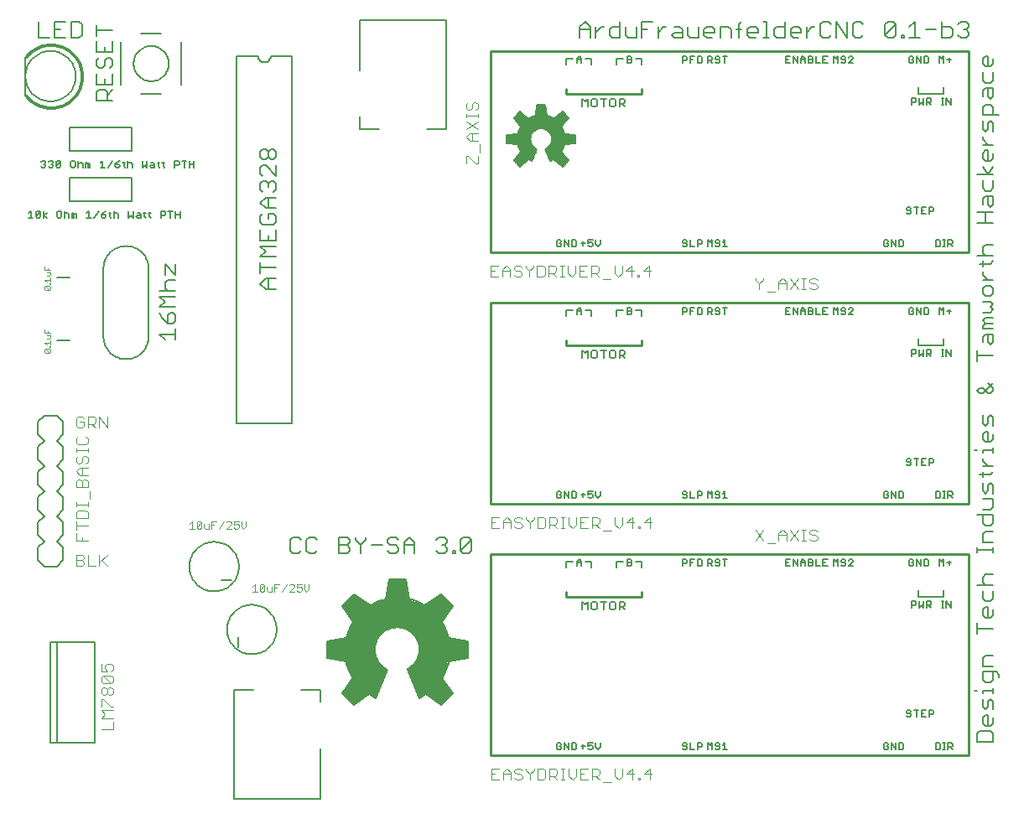
<source format=gto>
G75*
G70*
%OFA0B0*%
%FSLAX24Y24*%
%IPPOS*%
%LPD*%
%AMOC8*
5,1,8,0,0,1.08239X$1,22.5*
%
%ADD10C,0.0060*%
%ADD11C,0.0040*%
%ADD12C,0.0020*%
%ADD13C,0.0030*%
%ADD14C,0.0080*%
%ADD15C,0.0010*%
%ADD16C,0.0050*%
%ADD17C,0.0100*%
%ADD18C,0.0070*%
%ADD19C,0.0059*%
D10*
X012591Y007412D02*
X012621Y008032D01*
X013381Y008152D01*
X013651Y008822D01*
X013241Y009452D01*
X013651Y009862D01*
X014321Y009432D01*
X014931Y009692D01*
X015081Y010462D01*
X015701Y010452D01*
X015841Y009682D01*
X016481Y009432D01*
X017141Y009882D01*
X017561Y009432D01*
X017131Y008802D01*
X017421Y008142D01*
X018181Y008002D01*
X018161Y007402D01*
X017371Y007262D01*
X017161Y006522D01*
X017551Y005972D01*
X017131Y005552D01*
X016521Y005962D01*
X016291Y005822D01*
X015831Y006922D01*
X016221Y007292D01*
X016291Y007862D01*
X016021Y008402D01*
X015411Y008632D01*
X014831Y008472D01*
X014501Y008042D01*
X014461Y007542D01*
X014681Y007062D01*
X014941Y006882D01*
X014501Y005812D01*
X014251Y005982D01*
X013641Y005552D01*
X013221Y005972D01*
X013651Y006592D01*
X013351Y007282D01*
X012591Y007412D01*
X012591Y007415D02*
X014519Y007415D01*
X014492Y007473D02*
X012594Y007473D01*
X012597Y007532D02*
X014465Y007532D01*
X014465Y007590D02*
X012599Y007590D01*
X012602Y007649D02*
X014469Y007649D01*
X014474Y007707D02*
X012605Y007707D01*
X012608Y007766D02*
X014479Y007766D01*
X014483Y007824D02*
X012611Y007824D01*
X012614Y007883D02*
X014488Y007883D01*
X014493Y007941D02*
X012616Y007941D01*
X012619Y008000D02*
X014497Y008000D01*
X014514Y008059D02*
X012791Y008059D01*
X013162Y008117D02*
X014559Y008117D01*
X014604Y008176D02*
X013390Y008176D01*
X013414Y008234D02*
X014649Y008234D01*
X014693Y008293D02*
X013438Y008293D01*
X013461Y008351D02*
X014738Y008351D01*
X014783Y008410D02*
X013485Y008410D01*
X013508Y008468D02*
X014828Y008468D01*
X015031Y008527D02*
X013532Y008527D01*
X013556Y008585D02*
X015243Y008585D01*
X015534Y008585D02*
X017226Y008585D01*
X017251Y008527D02*
X015689Y008527D01*
X015844Y008468D02*
X017277Y008468D01*
X017303Y008410D02*
X015999Y008410D01*
X016046Y008351D02*
X017329Y008351D01*
X017354Y008293D02*
X016075Y008293D01*
X016105Y008234D02*
X017380Y008234D01*
X017406Y008176D02*
X016134Y008176D01*
X016163Y008117D02*
X017554Y008117D01*
X017872Y008059D02*
X016192Y008059D01*
X016222Y008000D02*
X018181Y008000D01*
X018179Y007941D02*
X016251Y007941D01*
X016280Y007883D02*
X018177Y007883D01*
X018175Y007824D02*
X016286Y007824D01*
X016279Y007766D02*
X018173Y007766D01*
X018171Y007707D02*
X016272Y007707D01*
X016265Y007649D02*
X018169Y007649D01*
X018167Y007590D02*
X016257Y007590D01*
X016250Y007532D02*
X018165Y007532D01*
X018163Y007473D02*
X016243Y007473D01*
X016236Y007415D02*
X018161Y007415D01*
X017903Y007356D02*
X016229Y007356D01*
X016221Y007298D02*
X017573Y007298D01*
X017364Y007239D02*
X016165Y007239D01*
X016103Y007180D02*
X017348Y007180D01*
X017331Y007122D02*
X016042Y007122D01*
X015980Y007063D02*
X017315Y007063D01*
X017298Y007005D02*
X015918Y007005D01*
X015857Y006946D02*
X017281Y006946D01*
X017265Y006888D02*
X015845Y006888D01*
X015870Y006829D02*
X017248Y006829D01*
X017231Y006771D02*
X015894Y006771D01*
X015918Y006712D02*
X017215Y006712D01*
X017198Y006654D02*
X015943Y006654D01*
X015967Y006595D02*
X017182Y006595D01*
X017165Y006536D02*
X015992Y006536D01*
X016016Y006478D02*
X017192Y006478D01*
X017233Y006419D02*
X016041Y006419D01*
X016065Y006361D02*
X017275Y006361D01*
X017316Y006302D02*
X016090Y006302D01*
X016114Y006244D02*
X017358Y006244D01*
X017399Y006185D02*
X016139Y006185D01*
X016163Y006127D02*
X017441Y006127D01*
X017482Y006068D02*
X016188Y006068D01*
X016212Y006010D02*
X017524Y006010D01*
X017530Y005951D02*
X016537Y005951D01*
X016503Y005951D02*
X016237Y005951D01*
X016261Y005892D02*
X016407Y005892D01*
X016311Y005834D02*
X016286Y005834D01*
X016624Y005892D02*
X017472Y005892D01*
X017413Y005834D02*
X016711Y005834D01*
X016798Y005775D02*
X017354Y005775D01*
X017296Y005717D02*
X016885Y005717D01*
X016972Y005658D02*
X017237Y005658D01*
X017179Y005600D02*
X017059Y005600D01*
X014799Y006536D02*
X013612Y006536D01*
X013649Y006595D02*
X014823Y006595D01*
X014847Y006654D02*
X013624Y006654D01*
X013598Y006712D02*
X014871Y006712D01*
X014895Y006771D02*
X013573Y006771D01*
X013548Y006829D02*
X014919Y006829D01*
X014932Y006888D02*
X013522Y006888D01*
X013497Y006946D02*
X014848Y006946D01*
X014763Y007005D02*
X013471Y007005D01*
X013446Y007063D02*
X014680Y007063D01*
X014653Y007122D02*
X013420Y007122D01*
X013395Y007180D02*
X014626Y007180D01*
X014600Y007239D02*
X013369Y007239D01*
X013259Y007298D02*
X014573Y007298D01*
X014546Y007356D02*
X012916Y007356D01*
X013572Y006478D02*
X014775Y006478D01*
X014751Y006419D02*
X013531Y006419D01*
X013491Y006361D02*
X014727Y006361D01*
X014703Y006302D02*
X013450Y006302D01*
X013409Y006244D02*
X014678Y006244D01*
X014654Y006185D02*
X013369Y006185D01*
X013328Y006127D02*
X014630Y006127D01*
X014606Y006068D02*
X013288Y006068D01*
X013247Y006010D02*
X014582Y006010D01*
X014558Y005951D02*
X014296Y005951D01*
X014207Y005951D02*
X013241Y005951D01*
X013300Y005892D02*
X014124Y005892D01*
X014041Y005834D02*
X013359Y005834D01*
X013417Y005775D02*
X013958Y005775D01*
X013875Y005717D02*
X013476Y005717D01*
X013534Y005658D02*
X013792Y005658D01*
X013709Y005600D02*
X013593Y005600D01*
X014382Y005892D02*
X014534Y005892D01*
X014510Y005834D02*
X014468Y005834D01*
X013579Y008644D02*
X017200Y008644D01*
X017174Y008703D02*
X013603Y008703D01*
X013626Y008761D02*
X017149Y008761D01*
X017143Y008820D02*
X013650Y008820D01*
X013614Y008878D02*
X017183Y008878D01*
X017223Y008937D02*
X013576Y008937D01*
X013538Y008995D02*
X017263Y008995D01*
X017303Y009054D02*
X013500Y009054D01*
X013462Y009112D02*
X017343Y009112D01*
X017383Y009171D02*
X013424Y009171D01*
X013385Y009229D02*
X017423Y009229D01*
X017463Y009288D02*
X013347Y009288D01*
X013309Y009347D02*
X017503Y009347D01*
X017543Y009405D02*
X013271Y009405D01*
X013253Y009464D02*
X014271Y009464D01*
X014180Y009522D02*
X013311Y009522D01*
X013370Y009581D02*
X014089Y009581D01*
X013997Y009639D02*
X013428Y009639D01*
X013487Y009698D02*
X013906Y009698D01*
X013815Y009756D02*
X013545Y009756D01*
X013604Y009815D02*
X013724Y009815D01*
X014396Y009464D02*
X016399Y009464D01*
X016528Y009464D02*
X017531Y009464D01*
X017476Y009522D02*
X016613Y009522D01*
X016699Y009581D02*
X017422Y009581D01*
X017367Y009639D02*
X016785Y009639D01*
X016871Y009698D02*
X017312Y009698D01*
X017258Y009756D02*
X016957Y009756D01*
X017043Y009815D02*
X017203Y009815D01*
X017149Y009873D02*
X017129Y009873D01*
X016249Y009522D02*
X014533Y009522D01*
X014670Y009581D02*
X016099Y009581D01*
X015950Y009639D02*
X014808Y009639D01*
X014932Y009698D02*
X015838Y009698D01*
X015827Y009756D02*
X014943Y009756D01*
X014955Y009815D02*
X015817Y009815D01*
X015806Y009873D02*
X014966Y009873D01*
X014978Y009932D02*
X015795Y009932D01*
X015785Y009991D02*
X014989Y009991D01*
X015000Y010049D02*
X015774Y010049D01*
X015763Y010108D02*
X015012Y010108D01*
X015023Y010166D02*
X015753Y010166D01*
X015742Y010225D02*
X015035Y010225D01*
X015046Y010283D02*
X015731Y010283D01*
X015721Y010342D02*
X015057Y010342D01*
X015069Y010400D02*
X015710Y010400D01*
X015259Y010459D02*
X015080Y010459D01*
X015105Y011532D02*
X014998Y011638D01*
X015105Y011532D02*
X015318Y011532D01*
X015425Y011638D01*
X015425Y011745D01*
X015318Y011852D01*
X015105Y011852D01*
X014998Y011959D01*
X014998Y012066D01*
X015105Y012172D01*
X015318Y012172D01*
X015425Y012066D01*
X015642Y011959D02*
X015642Y011532D01*
X015642Y011852D02*
X016069Y011852D01*
X016069Y011959D02*
X016069Y011532D01*
X016069Y011959D02*
X015856Y012172D01*
X015642Y011959D01*
X014780Y011852D02*
X014353Y011852D01*
X014136Y012066D02*
X014136Y012172D01*
X014136Y012066D02*
X013922Y011852D01*
X013922Y011532D01*
X013922Y011852D02*
X013709Y012066D01*
X013709Y012172D01*
X013491Y012066D02*
X013491Y011959D01*
X013385Y011852D01*
X013064Y011852D01*
X013064Y011532D02*
X013064Y012172D01*
X013385Y012172D01*
X013491Y012066D01*
X013385Y011852D02*
X013491Y011745D01*
X013491Y011638D01*
X013385Y011532D01*
X013064Y011532D01*
X012202Y011638D02*
X012096Y011532D01*
X011882Y011532D01*
X011775Y011638D01*
X011775Y012066D01*
X011882Y012172D01*
X012096Y012172D01*
X012202Y012066D01*
X011558Y012066D02*
X011451Y012172D01*
X011238Y012172D01*
X011131Y012066D01*
X011131Y011638D01*
X011238Y011532D01*
X011451Y011532D01*
X011558Y011638D01*
X016932Y011638D02*
X017038Y011532D01*
X017252Y011532D01*
X017359Y011638D01*
X017359Y011745D01*
X017252Y011852D01*
X017145Y011852D01*
X017252Y011852D02*
X017359Y011959D01*
X017359Y012066D01*
X017252Y012172D01*
X017038Y012172D01*
X016932Y012066D01*
X017576Y011638D02*
X017683Y011638D01*
X017683Y011532D01*
X017576Y011532D01*
X017576Y011638D01*
X017898Y011638D02*
X017898Y012066D01*
X018005Y012172D01*
X018219Y012172D01*
X018325Y012066D01*
X017898Y011638D01*
X018005Y011532D01*
X018219Y011532D01*
X018325Y011638D01*
X018325Y012066D01*
X021731Y013775D02*
X021774Y013732D01*
X021861Y013732D01*
X021904Y013775D01*
X021904Y013862D01*
X021818Y013862D01*
X021904Y013949D02*
X021861Y013992D01*
X021774Y013992D01*
X021731Y013949D01*
X021731Y013775D01*
X022025Y013732D02*
X022025Y013992D01*
X022199Y013732D01*
X022199Y013992D01*
X022320Y013992D02*
X022450Y013992D01*
X022494Y013949D01*
X022494Y013775D01*
X022450Y013732D01*
X022320Y013732D01*
X022320Y013992D01*
X022681Y013862D02*
X022854Y013862D01*
X022975Y013862D02*
X023062Y013905D01*
X023106Y013905D01*
X023149Y013862D01*
X023149Y013775D01*
X023106Y013732D01*
X023019Y013732D01*
X022975Y013775D01*
X022975Y013862D02*
X022975Y013992D01*
X023149Y013992D01*
X023270Y013992D02*
X023270Y013818D01*
X023357Y013732D01*
X023444Y013818D01*
X023444Y013992D01*
X022768Y013949D02*
X022768Y013775D01*
X022618Y011292D02*
X022531Y011205D01*
X022531Y011032D01*
X022531Y011162D02*
X022704Y011162D01*
X022704Y011205D02*
X022704Y011032D01*
X022704Y011205D02*
X022618Y011292D01*
X024531Y011292D02*
X024531Y011032D01*
X024661Y011032D01*
X024704Y011075D01*
X024704Y011118D01*
X024661Y011162D01*
X024531Y011162D01*
X024661Y011162D02*
X024704Y011205D01*
X024704Y011249D01*
X024661Y011292D01*
X024531Y011292D01*
X026731Y011292D02*
X026731Y011032D01*
X026731Y011118D02*
X026861Y011118D01*
X026904Y011162D01*
X026904Y011249D01*
X026861Y011292D01*
X026731Y011292D01*
X027025Y011292D02*
X027025Y011032D01*
X027025Y011162D02*
X027112Y011162D01*
X027025Y011292D02*
X027199Y011292D01*
X027320Y011292D02*
X027320Y011032D01*
X027450Y011032D01*
X027494Y011075D01*
X027494Y011249D01*
X027450Y011292D01*
X027320Y011292D01*
X027731Y011292D02*
X027731Y011032D01*
X027731Y011118D02*
X027861Y011118D01*
X027904Y011162D01*
X027904Y011249D01*
X027861Y011292D01*
X027731Y011292D01*
X027818Y011118D02*
X027904Y011032D01*
X028025Y011075D02*
X028069Y011032D01*
X028156Y011032D01*
X028199Y011075D01*
X028199Y011118D01*
X028156Y011162D01*
X028069Y011162D01*
X028025Y011205D01*
X028025Y011249D01*
X028069Y011292D01*
X028156Y011292D01*
X028199Y011249D01*
X028320Y011292D02*
X028494Y011292D01*
X028407Y011292D02*
X028407Y011032D01*
X030831Y011032D02*
X031004Y011032D01*
X031125Y011032D02*
X031125Y011292D01*
X031299Y011032D01*
X031299Y011292D01*
X031420Y011205D02*
X031507Y011292D01*
X031594Y011205D01*
X031594Y011032D01*
X031715Y011032D02*
X031715Y011292D01*
X031845Y011292D01*
X031888Y011249D01*
X031888Y011205D01*
X031845Y011162D01*
X031715Y011162D01*
X031594Y011162D02*
X031420Y011162D01*
X031420Y011205D02*
X031420Y011032D01*
X031715Y011032D02*
X031845Y011032D01*
X031888Y011075D01*
X031888Y011118D01*
X031845Y011162D01*
X032009Y011292D02*
X032009Y011032D01*
X032183Y011032D01*
X032304Y011032D02*
X032477Y011032D01*
X032391Y011162D02*
X032304Y011162D01*
X032304Y011292D02*
X032304Y011032D01*
X032304Y011292D02*
X032477Y011292D01*
X032731Y011292D02*
X032818Y011205D01*
X032904Y011292D01*
X032904Y011032D01*
X033025Y011075D02*
X033069Y011032D01*
X033156Y011032D01*
X033199Y011075D01*
X033199Y011118D01*
X033156Y011162D01*
X033069Y011162D01*
X033025Y011205D01*
X033025Y011249D01*
X033069Y011292D01*
X033156Y011292D01*
X033199Y011249D01*
X033320Y011249D02*
X033363Y011292D01*
X033450Y011292D01*
X033494Y011249D01*
X033494Y011205D01*
X033320Y011032D01*
X033494Y011032D01*
X032731Y011032D02*
X032731Y011292D01*
X031004Y011292D02*
X030831Y011292D01*
X030831Y011032D01*
X030831Y011162D02*
X030918Y011162D01*
X028494Y013732D02*
X028320Y013732D01*
X028407Y013732D02*
X028407Y013992D01*
X028320Y013905D01*
X028199Y013949D02*
X028156Y013992D01*
X028069Y013992D01*
X028025Y013949D01*
X028025Y013905D01*
X028069Y013862D01*
X028156Y013862D01*
X028199Y013818D01*
X028199Y013775D01*
X028156Y013732D01*
X028069Y013732D01*
X028025Y013775D01*
X027904Y013732D02*
X027904Y013992D01*
X027818Y013905D01*
X027731Y013992D01*
X027731Y013732D01*
X027494Y013862D02*
X027450Y013818D01*
X027320Y013818D01*
X027320Y013732D02*
X027320Y013992D01*
X027450Y013992D01*
X027494Y013949D01*
X027494Y013862D01*
X027199Y013732D02*
X027025Y013732D01*
X027025Y013992D01*
X026904Y013949D02*
X026861Y013992D01*
X026774Y013992D01*
X026731Y013949D01*
X026731Y013905D01*
X026774Y013862D01*
X026861Y013862D01*
X026904Y013818D01*
X026904Y013775D01*
X026861Y013732D01*
X026774Y013732D01*
X026731Y013775D01*
X034731Y013775D02*
X034774Y013732D01*
X034861Y013732D01*
X034904Y013775D01*
X034904Y013862D01*
X034818Y013862D01*
X034904Y013949D02*
X034861Y013992D01*
X034774Y013992D01*
X034731Y013949D01*
X034731Y013775D01*
X035025Y013732D02*
X035025Y013992D01*
X035199Y013732D01*
X035199Y013992D01*
X035320Y013992D02*
X035320Y013732D01*
X035450Y013732D01*
X035494Y013775D01*
X035494Y013949D01*
X035450Y013992D01*
X035320Y013992D01*
X035674Y015032D02*
X035631Y015075D01*
X035674Y015032D02*
X035761Y015032D01*
X035804Y015075D01*
X035804Y015118D01*
X035761Y015162D01*
X035674Y015162D01*
X035631Y015205D01*
X035631Y015249D01*
X035674Y015292D01*
X035761Y015292D01*
X035804Y015249D01*
X035925Y015292D02*
X036099Y015292D01*
X036012Y015292D02*
X036012Y015032D01*
X036220Y015032D02*
X036220Y015292D01*
X036394Y015292D01*
X036515Y015292D02*
X036515Y015032D01*
X036515Y015118D02*
X036645Y015118D01*
X036688Y015162D01*
X036688Y015249D01*
X036645Y015292D01*
X036515Y015292D01*
X036307Y015162D02*
X036220Y015162D01*
X036220Y015032D02*
X036394Y015032D01*
X036781Y013992D02*
X036911Y013992D01*
X036954Y013949D01*
X036954Y013775D01*
X036911Y013732D01*
X036781Y013732D01*
X036781Y013992D01*
X037075Y013992D02*
X037162Y013992D01*
X037119Y013992D02*
X037119Y013732D01*
X037162Y013732D02*
X037075Y013732D01*
X037272Y013732D02*
X037272Y013992D01*
X037402Y013992D01*
X037445Y013949D01*
X037445Y013862D01*
X037402Y013818D01*
X037272Y013818D01*
X037359Y013818D02*
X037445Y013732D01*
X038430Y013052D02*
X039071Y013052D01*
X039071Y012732D01*
X038964Y012625D01*
X038751Y012625D01*
X038644Y012732D01*
X038644Y013052D01*
X038644Y013270D02*
X038964Y013270D01*
X039071Y013377D01*
X039071Y013697D01*
X038644Y013697D01*
X038751Y013914D02*
X038644Y014021D01*
X038644Y014341D01*
X038644Y014559D02*
X038644Y014773D01*
X038537Y014666D02*
X038964Y014666D01*
X039071Y014773D01*
X039071Y014989D02*
X038644Y014989D01*
X038644Y015202D02*
X038644Y015309D01*
X038644Y015202D02*
X038857Y014989D01*
X038644Y015526D02*
X038644Y015633D01*
X039071Y015633D01*
X039071Y015739D02*
X039071Y015526D01*
X038430Y015633D02*
X038324Y015633D01*
X038751Y015955D02*
X038644Y016062D01*
X038644Y016276D01*
X038751Y016382D01*
X038857Y016382D01*
X038857Y015955D01*
X038751Y015955D02*
X038964Y015955D01*
X039071Y016062D01*
X039071Y016276D01*
X039071Y016600D02*
X039071Y016920D01*
X038964Y017027D01*
X038857Y016920D01*
X038857Y016707D01*
X038751Y016600D01*
X038644Y016707D01*
X038644Y017027D01*
X038644Y017889D02*
X039071Y018316D01*
X039071Y018103D02*
X038857Y018316D01*
X038644Y018103D02*
X038537Y018103D01*
X038430Y017996D01*
X038537Y017889D01*
X038644Y017889D01*
X038857Y017889D02*
X038644Y018103D01*
X038857Y017889D02*
X038964Y017889D01*
X039071Y017996D01*
X039071Y018103D01*
X038430Y019178D02*
X038430Y019605D01*
X038430Y019392D02*
X039071Y019392D01*
X038964Y019823D02*
X038857Y019929D01*
X038857Y020250D01*
X038751Y020250D02*
X039071Y020250D01*
X039071Y019929D01*
X038964Y019823D01*
X038644Y019929D02*
X038644Y020143D01*
X038751Y020250D01*
X038644Y020467D02*
X038644Y020574D01*
X038751Y020681D01*
X038644Y020787D01*
X038751Y020894D01*
X039071Y020894D01*
X039071Y020681D02*
X038751Y020681D01*
X038644Y020467D02*
X039071Y020467D01*
X038964Y021112D02*
X038644Y021112D01*
X038964Y021112D02*
X039071Y021218D01*
X038964Y021325D01*
X039071Y021432D01*
X038964Y021539D01*
X038644Y021539D01*
X038751Y021756D02*
X038964Y021756D01*
X039071Y021863D01*
X039071Y022076D01*
X038964Y022183D01*
X038751Y022183D01*
X038644Y022076D01*
X038644Y021863D01*
X038751Y021756D01*
X038857Y022401D02*
X038644Y022614D01*
X038644Y022721D01*
X038644Y022938D02*
X038644Y023151D01*
X038537Y023045D02*
X038964Y023045D01*
X039071Y023151D01*
X039071Y023368D02*
X038430Y023368D01*
X038644Y023474D02*
X038751Y023368D01*
X038644Y023474D02*
X038644Y023688D01*
X038751Y023795D01*
X039071Y023795D01*
X039071Y024657D02*
X038430Y024657D01*
X038751Y024657D02*
X038751Y025084D01*
X038964Y025301D02*
X038857Y025408D01*
X038857Y025728D01*
X038751Y025728D02*
X039071Y025728D01*
X039071Y025408D01*
X038964Y025301D01*
X039071Y025084D02*
X038430Y025084D01*
X038644Y025408D02*
X038644Y025621D01*
X038751Y025728D01*
X038751Y025946D02*
X038964Y025946D01*
X039071Y026052D01*
X039071Y026373D01*
X039071Y026590D02*
X038430Y026590D01*
X038644Y026373D02*
X038644Y026052D01*
X038751Y025946D01*
X038857Y026590D02*
X038644Y026910D01*
X038751Y027127D02*
X038644Y027234D01*
X038644Y027447D01*
X038751Y027554D01*
X038857Y027554D01*
X038857Y027127D01*
X038751Y027127D02*
X038964Y027127D01*
X039071Y027234D01*
X039071Y027447D01*
X039071Y027772D02*
X038644Y027772D01*
X038644Y027985D02*
X038644Y028092D01*
X038644Y027985D02*
X038857Y027772D01*
X038751Y028309D02*
X038644Y028416D01*
X038644Y028736D01*
X038644Y028953D02*
X038644Y029274D01*
X038751Y029380D01*
X038964Y029380D01*
X039071Y029274D01*
X039071Y028953D01*
X039284Y028953D02*
X038644Y028953D01*
X038964Y028736D02*
X038857Y028629D01*
X038857Y028416D01*
X038751Y028309D01*
X039071Y028309D02*
X039071Y028629D01*
X038964Y028736D01*
X038964Y029598D02*
X038857Y029705D01*
X038857Y030025D01*
X038751Y030025D02*
X039071Y030025D01*
X039071Y029705D01*
X038964Y029598D01*
X038644Y029705D02*
X038644Y029918D01*
X038751Y030025D01*
X038751Y030242D02*
X038964Y030242D01*
X039071Y030349D01*
X039071Y030669D01*
X038964Y030887D02*
X038751Y030887D01*
X038644Y030994D01*
X038644Y031207D01*
X038751Y031314D01*
X038857Y031314D01*
X038857Y030887D01*
X038964Y030887D02*
X039071Y030994D01*
X039071Y031207D01*
X038644Y030669D02*
X038644Y030349D01*
X038751Y030242D01*
X037379Y029642D02*
X037379Y029382D01*
X037206Y029642D01*
X037206Y029382D01*
X037096Y029382D02*
X037009Y029382D01*
X037053Y029382D02*
X037053Y029642D01*
X037096Y029642D02*
X037009Y029642D01*
X036594Y029599D02*
X036594Y029512D01*
X036550Y029468D01*
X036420Y029468D01*
X036420Y029382D02*
X036420Y029642D01*
X036550Y029642D01*
X036594Y029599D01*
X036507Y029468D02*
X036594Y029382D01*
X036299Y029382D02*
X036299Y029642D01*
X036125Y029642D02*
X036125Y029382D01*
X036212Y029468D01*
X036299Y029382D01*
X036004Y029512D02*
X035961Y029468D01*
X035831Y029468D01*
X035831Y029382D02*
X035831Y029642D01*
X035961Y029642D01*
X036004Y029599D01*
X036004Y029512D01*
X036025Y031032D02*
X036025Y031292D01*
X036199Y031032D01*
X036199Y031292D01*
X036320Y031292D02*
X036450Y031292D01*
X036494Y031249D01*
X036494Y031075D01*
X036450Y031032D01*
X036320Y031032D01*
X036320Y031292D01*
X035904Y031249D02*
X035861Y031292D01*
X035774Y031292D01*
X035731Y031249D01*
X035731Y031075D01*
X035774Y031032D01*
X035861Y031032D01*
X035904Y031075D01*
X035904Y031162D01*
X035818Y031162D01*
X035736Y032032D02*
X036163Y032032D01*
X035950Y032032D02*
X035950Y032672D01*
X035736Y032459D01*
X035521Y032138D02*
X035521Y032032D01*
X035414Y032032D01*
X035414Y032138D01*
X035521Y032138D01*
X035196Y032138D02*
X035090Y032032D01*
X034876Y032032D01*
X034769Y032138D01*
X035196Y032566D01*
X035196Y032138D01*
X034769Y032138D02*
X034769Y032566D01*
X034876Y032672D01*
X035090Y032672D01*
X035196Y032566D01*
X036381Y032352D02*
X036808Y032352D01*
X037025Y032459D02*
X037345Y032459D01*
X037452Y032352D01*
X037452Y032138D01*
X037345Y032032D01*
X037025Y032032D01*
X037025Y032672D01*
X037670Y032566D02*
X037776Y032672D01*
X037990Y032672D01*
X038097Y032566D01*
X038097Y032459D01*
X037990Y032352D01*
X038097Y032245D01*
X038097Y032138D01*
X037990Y032032D01*
X037776Y032032D01*
X037670Y032138D01*
X037883Y032352D02*
X037990Y032352D01*
X037312Y031249D02*
X037312Y031075D01*
X037225Y031162D02*
X037399Y031162D01*
X037104Y031292D02*
X037104Y031032D01*
X036931Y031032D02*
X036931Y031292D01*
X037018Y031205D01*
X037104Y031292D01*
X033907Y032138D02*
X033801Y032032D01*
X033587Y032032D01*
X033480Y032138D01*
X033480Y032566D01*
X033587Y032672D01*
X033801Y032672D01*
X033907Y032566D01*
X033263Y032672D02*
X033263Y032032D01*
X032836Y032672D01*
X032836Y032032D01*
X032618Y032138D02*
X032511Y032032D01*
X032298Y032032D01*
X032191Y032138D01*
X032191Y032566D01*
X032298Y032672D01*
X032511Y032672D01*
X032618Y032566D01*
X031974Y032459D02*
X031868Y032459D01*
X031654Y032245D01*
X031654Y032032D02*
X031654Y032459D01*
X031437Y032352D02*
X031330Y032459D01*
X031116Y032459D01*
X031010Y032352D01*
X031010Y032138D01*
X031116Y032032D01*
X031330Y032032D01*
X031437Y032245D02*
X031010Y032245D01*
X030792Y032032D02*
X030472Y032032D01*
X030365Y032138D01*
X030365Y032352D01*
X030472Y032459D01*
X030792Y032459D01*
X030792Y032672D02*
X030792Y032032D01*
X030149Y032032D02*
X029935Y032032D01*
X030042Y032032D02*
X030042Y032672D01*
X029935Y032672D01*
X029718Y032352D02*
X029718Y032245D01*
X029291Y032245D01*
X029291Y032138D02*
X029291Y032352D01*
X029398Y032459D01*
X029611Y032459D01*
X029718Y032352D01*
X029611Y032032D02*
X029398Y032032D01*
X029291Y032138D01*
X029075Y032352D02*
X028861Y032352D01*
X028644Y032352D02*
X028644Y032032D01*
X028644Y032352D02*
X028537Y032459D01*
X028217Y032459D01*
X028217Y032032D01*
X027999Y032245D02*
X027572Y032245D01*
X027572Y032138D02*
X027572Y032352D01*
X027679Y032459D01*
X027892Y032459D01*
X027999Y032352D01*
X027999Y032245D01*
X027892Y032032D02*
X027679Y032032D01*
X027572Y032138D01*
X027355Y032032D02*
X027034Y032032D01*
X026928Y032138D01*
X026928Y032459D01*
X026710Y032352D02*
X026710Y032032D01*
X026390Y032032D01*
X026283Y032138D01*
X026390Y032245D01*
X026710Y032245D01*
X026710Y032352D02*
X026603Y032459D01*
X026390Y032459D01*
X026066Y032459D02*
X025959Y032459D01*
X025746Y032245D01*
X025746Y032032D02*
X025746Y032459D01*
X025528Y032672D02*
X025101Y032672D01*
X025101Y032032D01*
X024884Y032032D02*
X024884Y032459D01*
X025101Y032352D02*
X025315Y032352D01*
X024884Y032032D02*
X024564Y032032D01*
X024457Y032138D01*
X024457Y032459D01*
X024239Y032459D02*
X023919Y032459D01*
X023812Y032352D01*
X023812Y032138D01*
X023919Y032032D01*
X024239Y032032D01*
X024239Y032672D01*
X023596Y032459D02*
X023489Y032459D01*
X023275Y032245D01*
X023275Y032032D02*
X023275Y032459D01*
X023058Y032459D02*
X023058Y032032D01*
X023058Y032352D02*
X022631Y032352D01*
X022631Y032459D02*
X022631Y032032D01*
X022631Y032459D02*
X022844Y032672D01*
X023058Y032459D01*
X022618Y031292D02*
X022531Y031205D01*
X022531Y031032D01*
X022531Y031162D02*
X022704Y031162D01*
X022704Y031205D02*
X022704Y031032D01*
X022704Y031205D02*
X022618Y031292D01*
X024531Y031292D02*
X024531Y031032D01*
X024661Y031032D01*
X024704Y031075D01*
X024704Y031118D01*
X024661Y031162D01*
X024531Y031162D01*
X024661Y031162D02*
X024704Y031205D01*
X024704Y031249D01*
X024661Y031292D01*
X024531Y031292D01*
X026731Y031292D02*
X026731Y031032D01*
X026731Y031118D02*
X026861Y031118D01*
X026904Y031162D01*
X026904Y031249D01*
X026861Y031292D01*
X026731Y031292D01*
X027025Y031292D02*
X027025Y031032D01*
X027025Y031162D02*
X027112Y031162D01*
X027025Y031292D02*
X027199Y031292D01*
X027320Y031292D02*
X027320Y031032D01*
X027450Y031032D01*
X027494Y031075D01*
X027494Y031249D01*
X027450Y031292D01*
X027320Y031292D01*
X027731Y031292D02*
X027731Y031032D01*
X027731Y031118D02*
X027861Y031118D01*
X027904Y031162D01*
X027904Y031249D01*
X027861Y031292D01*
X027731Y031292D01*
X027818Y031118D02*
X027904Y031032D01*
X028025Y031075D02*
X028069Y031032D01*
X028156Y031032D01*
X028199Y031075D01*
X028199Y031118D01*
X028156Y031162D01*
X028069Y031162D01*
X028025Y031205D01*
X028025Y031249D01*
X028069Y031292D01*
X028156Y031292D01*
X028199Y031249D01*
X028320Y031292D02*
X028494Y031292D01*
X028407Y031292D02*
X028407Y031032D01*
X028968Y032032D02*
X028968Y032566D01*
X029075Y032672D01*
X027355Y032459D02*
X027355Y032032D01*
X030831Y031292D02*
X030831Y031032D01*
X031004Y031032D01*
X031125Y031032D02*
X031125Y031292D01*
X031299Y031032D01*
X031299Y031292D01*
X031420Y031205D02*
X031507Y031292D01*
X031594Y031205D01*
X031594Y031032D01*
X031715Y031032D02*
X031715Y031292D01*
X031845Y031292D01*
X031888Y031249D01*
X031888Y031205D01*
X031845Y031162D01*
X031715Y031162D01*
X031594Y031162D02*
X031420Y031162D01*
X031420Y031205D02*
X031420Y031032D01*
X031715Y031032D02*
X031845Y031032D01*
X031888Y031075D01*
X031888Y031118D01*
X031845Y031162D01*
X032009Y031292D02*
X032009Y031032D01*
X032183Y031032D01*
X032304Y031032D02*
X032477Y031032D01*
X032391Y031162D02*
X032304Y031162D01*
X032304Y031292D02*
X032304Y031032D01*
X032304Y031292D02*
X032477Y031292D01*
X032731Y031292D02*
X032818Y031205D01*
X032904Y031292D01*
X032904Y031032D01*
X033025Y031075D02*
X033069Y031032D01*
X033156Y031032D01*
X033199Y031075D01*
X033199Y031118D01*
X033156Y031162D01*
X033069Y031162D01*
X033025Y031205D01*
X033025Y031249D01*
X033069Y031292D01*
X033156Y031292D01*
X033199Y031249D01*
X033320Y031249D02*
X033363Y031292D01*
X033450Y031292D01*
X033494Y031249D01*
X033494Y031205D01*
X033320Y031032D01*
X033494Y031032D01*
X032731Y031032D02*
X032731Y031292D01*
X031437Y032245D02*
X031437Y032352D01*
X031004Y031292D02*
X030831Y031292D01*
X030831Y031162D02*
X030918Y031162D01*
X035674Y025292D02*
X035631Y025249D01*
X035631Y025205D01*
X035674Y025162D01*
X035761Y025162D01*
X035804Y025118D01*
X035804Y025075D01*
X035761Y025032D01*
X035674Y025032D01*
X035631Y025075D01*
X035674Y025292D02*
X035761Y025292D01*
X035804Y025249D01*
X035925Y025292D02*
X036099Y025292D01*
X036012Y025292D02*
X036012Y025032D01*
X036220Y025032D02*
X036220Y025292D01*
X036394Y025292D01*
X036515Y025292D02*
X036515Y025032D01*
X036515Y025118D02*
X036645Y025118D01*
X036688Y025162D01*
X036688Y025249D01*
X036645Y025292D01*
X036515Y025292D01*
X036307Y025162D02*
X036220Y025162D01*
X036220Y025032D02*
X036394Y025032D01*
X036781Y023992D02*
X036911Y023992D01*
X036954Y023949D01*
X036954Y023775D01*
X036911Y023732D01*
X036781Y023732D01*
X036781Y023992D01*
X037075Y023992D02*
X037162Y023992D01*
X037119Y023992D02*
X037119Y023732D01*
X037162Y023732D02*
X037075Y023732D01*
X037272Y023732D02*
X037272Y023992D01*
X037402Y023992D01*
X037445Y023949D01*
X037445Y023862D01*
X037402Y023818D01*
X037272Y023818D01*
X037359Y023818D02*
X037445Y023732D01*
X038644Y022401D02*
X039071Y022401D01*
X037399Y021162D02*
X037225Y021162D01*
X037312Y021249D02*
X037312Y021075D01*
X037104Y021032D02*
X037104Y021292D01*
X037018Y021205D01*
X036931Y021292D01*
X036931Y021032D01*
X036494Y021075D02*
X036494Y021249D01*
X036450Y021292D01*
X036320Y021292D01*
X036320Y021032D01*
X036450Y021032D01*
X036494Y021075D01*
X036199Y021032D02*
X036199Y021292D01*
X036025Y021292D02*
X036199Y021032D01*
X036025Y021032D02*
X036025Y021292D01*
X035904Y021249D02*
X035861Y021292D01*
X035774Y021292D01*
X035731Y021249D01*
X035731Y021075D01*
X035774Y021032D01*
X035861Y021032D01*
X035904Y021075D01*
X035904Y021162D01*
X035818Y021162D01*
X035831Y019642D02*
X035961Y019642D01*
X036004Y019599D01*
X036004Y019512D01*
X035961Y019468D01*
X035831Y019468D01*
X035831Y019382D02*
X035831Y019642D01*
X036125Y019642D02*
X036125Y019382D01*
X036212Y019468D01*
X036299Y019382D01*
X036299Y019642D01*
X036420Y019642D02*
X036550Y019642D01*
X036594Y019599D01*
X036594Y019512D01*
X036550Y019468D01*
X036420Y019468D01*
X036420Y019382D02*
X036420Y019642D01*
X036507Y019468D02*
X036594Y019382D01*
X037009Y019382D02*
X037096Y019382D01*
X037053Y019382D02*
X037053Y019642D01*
X037096Y019642D02*
X037009Y019642D01*
X037206Y019642D02*
X037379Y019382D01*
X037379Y019642D01*
X037206Y019642D02*
X037206Y019382D01*
X033494Y021032D02*
X033320Y021032D01*
X033494Y021205D01*
X033494Y021249D01*
X033450Y021292D01*
X033363Y021292D01*
X033320Y021249D01*
X033199Y021249D02*
X033156Y021292D01*
X033069Y021292D01*
X033025Y021249D01*
X033025Y021205D01*
X033069Y021162D01*
X033156Y021162D01*
X033199Y021118D01*
X033199Y021075D01*
X033156Y021032D01*
X033069Y021032D01*
X033025Y021075D01*
X032904Y021032D02*
X032904Y021292D01*
X032818Y021205D01*
X032731Y021292D01*
X032731Y021032D01*
X032477Y021032D02*
X032304Y021032D01*
X032304Y021292D01*
X032477Y021292D01*
X032391Y021162D02*
X032304Y021162D01*
X032183Y021032D02*
X032009Y021032D01*
X032009Y021292D01*
X031888Y021249D02*
X031888Y021205D01*
X031845Y021162D01*
X031715Y021162D01*
X031594Y021162D02*
X031420Y021162D01*
X031420Y021205D02*
X031507Y021292D01*
X031594Y021205D01*
X031594Y021032D01*
X031715Y021032D02*
X031715Y021292D01*
X031845Y021292D01*
X031888Y021249D01*
X031845Y021162D02*
X031888Y021118D01*
X031888Y021075D01*
X031845Y021032D01*
X031715Y021032D01*
X031420Y021032D02*
X031420Y021205D01*
X031299Y021292D02*
X031299Y021032D01*
X031125Y021292D01*
X031125Y021032D01*
X031004Y021032D02*
X030831Y021032D01*
X030831Y021292D01*
X031004Y021292D01*
X030918Y021162D02*
X030831Y021162D01*
X028494Y021292D02*
X028320Y021292D01*
X028407Y021292D02*
X028407Y021032D01*
X028199Y021075D02*
X028156Y021032D01*
X028069Y021032D01*
X028025Y021075D01*
X028069Y021162D02*
X028156Y021162D01*
X028199Y021118D01*
X028199Y021075D01*
X028069Y021162D02*
X028025Y021205D01*
X028025Y021249D01*
X028069Y021292D01*
X028156Y021292D01*
X028199Y021249D01*
X027904Y021249D02*
X027904Y021162D01*
X027861Y021118D01*
X027731Y021118D01*
X027731Y021032D02*
X027731Y021292D01*
X027861Y021292D01*
X027904Y021249D01*
X027818Y021118D02*
X027904Y021032D01*
X027494Y021075D02*
X027494Y021249D01*
X027450Y021292D01*
X027320Y021292D01*
X027320Y021032D01*
X027450Y021032D01*
X027494Y021075D01*
X027199Y021292D02*
X027025Y021292D01*
X027025Y021032D01*
X027025Y021162D02*
X027112Y021162D01*
X026904Y021162D02*
X026861Y021118D01*
X026731Y021118D01*
X026731Y021032D02*
X026731Y021292D01*
X026861Y021292D01*
X026904Y021249D01*
X026904Y021162D01*
X024704Y021118D02*
X024704Y021075D01*
X024661Y021032D01*
X024531Y021032D01*
X024531Y021292D01*
X024661Y021292D01*
X024704Y021249D01*
X024704Y021205D01*
X024661Y021162D01*
X024531Y021162D01*
X024661Y021162D02*
X024704Y021118D01*
X022704Y021162D02*
X022531Y021162D01*
X022531Y021205D02*
X022618Y021292D01*
X022704Y021205D01*
X022704Y021032D01*
X022531Y021032D02*
X022531Y021205D01*
X022450Y023732D02*
X022494Y023775D01*
X022494Y023949D01*
X022450Y023992D01*
X022320Y023992D01*
X022320Y023732D01*
X022450Y023732D01*
X022199Y023732D02*
X022199Y023992D01*
X022025Y023992D02*
X022025Y023732D01*
X021904Y023775D02*
X021904Y023862D01*
X021818Y023862D01*
X021904Y023949D02*
X021861Y023992D01*
X021774Y023992D01*
X021731Y023949D01*
X021731Y023775D01*
X021774Y023732D01*
X021861Y023732D01*
X021904Y023775D01*
X022025Y023992D02*
X022199Y023732D01*
X022681Y023862D02*
X022854Y023862D01*
X022975Y023862D02*
X023062Y023905D01*
X023106Y023905D01*
X023149Y023862D01*
X023149Y023775D01*
X023106Y023732D01*
X023019Y023732D01*
X022975Y023775D01*
X022975Y023862D02*
X022975Y023992D01*
X023149Y023992D01*
X023270Y023992D02*
X023270Y023818D01*
X023357Y023732D01*
X023444Y023818D01*
X023444Y023992D01*
X022768Y023949D02*
X022768Y023775D01*
X026731Y023775D02*
X026774Y023732D01*
X026861Y023732D01*
X026904Y023775D01*
X026904Y023818D01*
X026861Y023862D01*
X026774Y023862D01*
X026731Y023905D01*
X026731Y023949D01*
X026774Y023992D01*
X026861Y023992D01*
X026904Y023949D01*
X027025Y023992D02*
X027025Y023732D01*
X027199Y023732D01*
X027320Y023732D02*
X027320Y023992D01*
X027450Y023992D01*
X027494Y023949D01*
X027494Y023862D01*
X027450Y023818D01*
X027320Y023818D01*
X027731Y023732D02*
X027731Y023992D01*
X027818Y023905D01*
X027904Y023992D01*
X027904Y023732D01*
X028025Y023775D02*
X028069Y023732D01*
X028156Y023732D01*
X028199Y023775D01*
X028199Y023818D01*
X028156Y023862D01*
X028069Y023862D01*
X028025Y023905D01*
X028025Y023949D01*
X028069Y023992D01*
X028156Y023992D01*
X028199Y023949D01*
X028320Y023905D02*
X028407Y023992D01*
X028407Y023732D01*
X028320Y023732D02*
X028494Y023732D01*
X034731Y023775D02*
X034774Y023732D01*
X034861Y023732D01*
X034904Y023775D01*
X034904Y023862D01*
X034818Y023862D01*
X034904Y023949D02*
X034861Y023992D01*
X034774Y023992D01*
X034731Y023949D01*
X034731Y023775D01*
X035025Y023732D02*
X035025Y023992D01*
X035199Y023732D01*
X035199Y023992D01*
X035320Y023992D02*
X035320Y023732D01*
X035450Y023732D01*
X035494Y023775D01*
X035494Y023949D01*
X035450Y023992D01*
X035320Y023992D01*
X038857Y026590D02*
X039071Y026910D01*
X038964Y014341D02*
X038857Y014235D01*
X038857Y014021D01*
X038751Y013914D01*
X039071Y013914D02*
X039071Y014235D01*
X038964Y014341D01*
X039071Y012408D02*
X038751Y012408D01*
X038644Y012301D01*
X038644Y011981D01*
X039071Y011981D01*
X039071Y011765D02*
X039071Y011551D01*
X039071Y011658D02*
X038430Y011658D01*
X038430Y011551D02*
X038430Y011765D01*
X037399Y011162D02*
X037225Y011162D01*
X037312Y011249D02*
X037312Y011075D01*
X037104Y011032D02*
X037104Y011292D01*
X037018Y011205D01*
X036931Y011292D01*
X036931Y011032D01*
X036494Y011075D02*
X036494Y011249D01*
X036450Y011292D01*
X036320Y011292D01*
X036320Y011032D01*
X036450Y011032D01*
X036494Y011075D01*
X036199Y011032D02*
X036199Y011292D01*
X036025Y011292D02*
X036199Y011032D01*
X036025Y011032D02*
X036025Y011292D01*
X035904Y011249D02*
X035861Y011292D01*
X035774Y011292D01*
X035731Y011249D01*
X035731Y011075D01*
X035774Y011032D01*
X035861Y011032D01*
X035904Y011075D01*
X035904Y011162D01*
X035818Y011162D01*
X035831Y009642D02*
X035961Y009642D01*
X036004Y009599D01*
X036004Y009512D01*
X035961Y009468D01*
X035831Y009468D01*
X035831Y009382D02*
X035831Y009642D01*
X036125Y009642D02*
X036125Y009382D01*
X036212Y009468D01*
X036299Y009382D01*
X036299Y009642D01*
X036420Y009642D02*
X036550Y009642D01*
X036594Y009599D01*
X036594Y009512D01*
X036550Y009468D01*
X036420Y009468D01*
X036420Y009382D02*
X036420Y009642D01*
X036507Y009468D02*
X036594Y009382D01*
X037009Y009382D02*
X037096Y009382D01*
X037053Y009382D02*
X037053Y009642D01*
X037096Y009642D02*
X037009Y009642D01*
X037206Y009642D02*
X037379Y009382D01*
X037379Y009642D01*
X037206Y009642D02*
X037206Y009382D01*
X038430Y008756D02*
X038430Y008329D01*
X038430Y008542D02*
X039071Y008542D01*
X038964Y008973D02*
X038751Y008973D01*
X038644Y009080D01*
X038644Y009293D01*
X038751Y009400D01*
X038857Y009400D01*
X038857Y008973D01*
X038964Y008973D02*
X039071Y009080D01*
X039071Y009293D01*
X038964Y009618D02*
X038751Y009618D01*
X038644Y009724D01*
X038644Y010045D01*
X038751Y010262D02*
X038644Y010369D01*
X038644Y010582D01*
X038751Y010689D01*
X039071Y010689D01*
X039071Y010262D02*
X038430Y010262D01*
X039071Y010045D02*
X039071Y009724D01*
X038964Y009618D01*
X039071Y007467D02*
X038751Y007467D01*
X038644Y007360D01*
X038644Y007040D01*
X039071Y007040D01*
X039071Y006822D02*
X039071Y006502D01*
X038964Y006395D01*
X038751Y006395D01*
X038644Y006502D01*
X038644Y006822D01*
X039178Y006822D01*
X039284Y006715D01*
X039284Y006609D01*
X039071Y006179D02*
X039071Y005965D01*
X039071Y006072D02*
X038644Y006072D01*
X038644Y005965D01*
X038644Y005748D02*
X038644Y005428D01*
X038751Y005321D01*
X038857Y005428D01*
X038857Y005641D01*
X038964Y005748D01*
X039071Y005641D01*
X039071Y005321D01*
X038857Y005103D02*
X038751Y005103D01*
X038644Y004996D01*
X038644Y004783D01*
X038751Y004676D01*
X038964Y004676D01*
X039071Y004783D01*
X039071Y004996D01*
X038857Y005103D02*
X038857Y004676D01*
X038964Y004459D02*
X038537Y004459D01*
X038430Y004352D01*
X038430Y004032D01*
X039071Y004032D01*
X039071Y004352D01*
X038964Y004459D01*
X037445Y003949D02*
X037445Y003862D01*
X037402Y003818D01*
X037272Y003818D01*
X037272Y003732D02*
X037272Y003992D01*
X037402Y003992D01*
X037445Y003949D01*
X037359Y003818D02*
X037445Y003732D01*
X037162Y003732D02*
X037075Y003732D01*
X037119Y003732D02*
X037119Y003992D01*
X037162Y003992D02*
X037075Y003992D01*
X036954Y003949D02*
X036911Y003992D01*
X036781Y003992D01*
X036781Y003732D01*
X036911Y003732D01*
X036954Y003775D01*
X036954Y003949D01*
X036515Y005032D02*
X036515Y005292D01*
X036645Y005292D01*
X036688Y005249D01*
X036688Y005162D01*
X036645Y005118D01*
X036515Y005118D01*
X036394Y005032D02*
X036220Y005032D01*
X036220Y005292D01*
X036394Y005292D01*
X036307Y005162D02*
X036220Y005162D01*
X036099Y005292D02*
X035925Y005292D01*
X036012Y005292D02*
X036012Y005032D01*
X035804Y005075D02*
X035761Y005032D01*
X035674Y005032D01*
X035631Y005075D01*
X035674Y005162D02*
X035761Y005162D01*
X035804Y005118D01*
X035804Y005075D01*
X035674Y005162D02*
X035631Y005205D01*
X035631Y005249D01*
X035674Y005292D01*
X035761Y005292D01*
X035804Y005249D01*
X035450Y003992D02*
X035320Y003992D01*
X035320Y003732D01*
X035450Y003732D01*
X035494Y003775D01*
X035494Y003949D01*
X035450Y003992D01*
X035199Y003992D02*
X035199Y003732D01*
X035025Y003992D01*
X035025Y003732D01*
X034904Y003775D02*
X034904Y003862D01*
X034818Y003862D01*
X034904Y003949D02*
X034861Y003992D01*
X034774Y003992D01*
X034731Y003949D01*
X034731Y003775D01*
X034774Y003732D01*
X034861Y003732D01*
X034904Y003775D01*
X038324Y006072D02*
X038430Y006072D01*
X028494Y003732D02*
X028320Y003732D01*
X028407Y003732D02*
X028407Y003992D01*
X028320Y003905D01*
X028199Y003949D02*
X028156Y003992D01*
X028069Y003992D01*
X028025Y003949D01*
X028025Y003905D01*
X028069Y003862D01*
X028156Y003862D01*
X028199Y003818D01*
X028199Y003775D01*
X028156Y003732D01*
X028069Y003732D01*
X028025Y003775D01*
X027904Y003732D02*
X027904Y003992D01*
X027818Y003905D01*
X027731Y003992D01*
X027731Y003732D01*
X027494Y003862D02*
X027450Y003818D01*
X027320Y003818D01*
X027320Y003732D02*
X027320Y003992D01*
X027450Y003992D01*
X027494Y003949D01*
X027494Y003862D01*
X027199Y003732D02*
X027025Y003732D01*
X027025Y003992D01*
X026904Y003949D02*
X026861Y003992D01*
X026774Y003992D01*
X026731Y003949D01*
X026731Y003905D01*
X026774Y003862D01*
X026861Y003862D01*
X026904Y003818D01*
X026904Y003775D01*
X026861Y003732D01*
X026774Y003732D01*
X026731Y003775D01*
X023444Y003818D02*
X023357Y003732D01*
X023270Y003818D01*
X023270Y003992D01*
X023149Y003992D02*
X022975Y003992D01*
X022975Y003862D01*
X023062Y003905D01*
X023106Y003905D01*
X023149Y003862D01*
X023149Y003775D01*
X023106Y003732D01*
X023019Y003732D01*
X022975Y003775D01*
X022854Y003862D02*
X022681Y003862D01*
X022768Y003949D02*
X022768Y003775D01*
X022494Y003775D02*
X022494Y003949D01*
X022450Y003992D01*
X022320Y003992D01*
X022320Y003732D01*
X022450Y003732D01*
X022494Y003775D01*
X022199Y003732D02*
X022199Y003992D01*
X022025Y003992D02*
X022025Y003732D01*
X021904Y003775D02*
X021904Y003862D01*
X021818Y003862D01*
X021904Y003949D02*
X021861Y003992D01*
X021774Y003992D01*
X021731Y003949D01*
X021731Y003775D01*
X021774Y003732D01*
X021861Y003732D01*
X021904Y003775D01*
X022025Y003992D02*
X022199Y003732D01*
X023444Y003818D02*
X023444Y003992D01*
X011201Y016702D02*
X009001Y016702D01*
X009001Y031302D01*
X009851Y031302D01*
X009853Y031272D01*
X009858Y031242D01*
X009867Y031213D01*
X009880Y031186D01*
X009895Y031160D01*
X009914Y031136D01*
X009935Y031115D01*
X009959Y031096D01*
X009985Y031081D01*
X010012Y031068D01*
X010041Y031059D01*
X010071Y031054D01*
X010101Y031052D01*
X010131Y031054D01*
X010161Y031059D01*
X010190Y031068D01*
X010217Y031081D01*
X010243Y031096D01*
X010267Y031115D01*
X010288Y031136D01*
X010307Y031160D01*
X010322Y031186D01*
X010335Y031213D01*
X010344Y031242D01*
X010349Y031272D01*
X010351Y031302D01*
X011201Y031302D01*
X011201Y016702D01*
X006571Y020032D02*
X006571Y020459D01*
X006571Y020245D02*
X005930Y020245D01*
X006144Y020032D01*
X006251Y020676D02*
X006251Y020996D01*
X006357Y021103D01*
X006464Y021103D01*
X006571Y020996D01*
X006571Y020783D01*
X006464Y020676D01*
X006251Y020676D01*
X006037Y020890D01*
X005930Y021103D01*
X005930Y021321D02*
X006144Y021534D01*
X005930Y021748D01*
X006571Y021748D01*
X006571Y021965D02*
X005930Y021965D01*
X006144Y022072D02*
X006144Y022286D01*
X006251Y022392D01*
X006571Y022392D01*
X006571Y022610D02*
X006571Y023037D01*
X006144Y023037D02*
X006571Y022610D01*
X006144Y022610D02*
X006144Y023037D01*
X006144Y022072D02*
X006251Y021965D01*
X006571Y021321D02*
X005930Y021321D01*
X009930Y022245D02*
X010144Y022032D01*
X010571Y022032D01*
X010251Y022032D02*
X010251Y022459D01*
X010144Y022459D02*
X010571Y022459D01*
X010144Y022459D02*
X009930Y022245D01*
X009930Y022676D02*
X009930Y023103D01*
X009930Y022890D02*
X010571Y022890D01*
X010571Y023321D02*
X009930Y023321D01*
X010144Y023534D01*
X009930Y023748D01*
X010571Y023748D01*
X010571Y023965D02*
X009930Y023965D01*
X009930Y024392D01*
X010037Y024610D02*
X010464Y024610D01*
X010571Y024717D01*
X010571Y024930D01*
X010464Y025037D01*
X010251Y025037D01*
X010251Y024823D01*
X010037Y024610D02*
X009930Y024717D01*
X009930Y024930D01*
X010037Y025037D01*
X010144Y025254D02*
X009930Y025468D01*
X010144Y025681D01*
X010571Y025681D01*
X010464Y025899D02*
X010571Y026006D01*
X010571Y026219D01*
X010464Y026326D01*
X010357Y026326D01*
X010251Y026219D01*
X010251Y026112D01*
X010251Y026219D02*
X010144Y026326D01*
X010037Y026326D01*
X009930Y026219D01*
X009930Y026006D01*
X010037Y025899D01*
X010251Y025681D02*
X010251Y025254D01*
X010144Y025254D02*
X010571Y025254D01*
X010571Y024392D02*
X010571Y023965D01*
X010251Y023965D02*
X010251Y024179D01*
X010037Y026543D02*
X009930Y026650D01*
X009930Y026864D01*
X010037Y026970D01*
X010144Y026970D01*
X010571Y026543D01*
X010571Y026970D01*
X010464Y027188D02*
X010357Y027188D01*
X010251Y027295D01*
X010251Y027508D01*
X010357Y027615D01*
X010464Y027615D01*
X010571Y027508D01*
X010571Y027295D01*
X010464Y027188D01*
X010251Y027295D02*
X010144Y027188D01*
X010037Y027188D01*
X009930Y027295D01*
X009930Y027508D01*
X010037Y027615D01*
X010144Y027615D01*
X010251Y027508D01*
X004071Y029532D02*
X003430Y029532D01*
X003430Y029852D01*
X003537Y029959D01*
X003751Y029959D01*
X003857Y029852D01*
X003857Y029532D01*
X003857Y029745D02*
X004071Y029959D01*
X004071Y030176D02*
X004071Y030603D01*
X003964Y030821D02*
X004071Y030928D01*
X004071Y031141D01*
X003964Y031248D01*
X003857Y031248D01*
X003751Y031141D01*
X003751Y030928D01*
X003644Y030821D01*
X003537Y030821D01*
X003430Y030928D01*
X003430Y031141D01*
X003537Y031248D01*
X003430Y031465D02*
X004071Y031465D01*
X004071Y031892D01*
X003751Y031679D02*
X003751Y031465D01*
X003430Y031465D02*
X003430Y031892D01*
X003430Y032110D02*
X003430Y032537D01*
X003430Y032323D02*
X004071Y032323D01*
X002847Y032138D02*
X002847Y032566D01*
X002740Y032672D01*
X002420Y032672D01*
X002420Y032032D01*
X002740Y032032D01*
X002847Y032138D01*
X002202Y032032D02*
X001775Y032032D01*
X001775Y032672D01*
X002202Y032672D01*
X001989Y032352D02*
X001775Y032352D01*
X001558Y032032D02*
X001131Y032032D01*
X001131Y032672D01*
X000601Y030502D02*
X000603Y030565D01*
X000609Y030627D01*
X000619Y030689D01*
X000632Y030751D01*
X000650Y030811D01*
X000671Y030870D01*
X000696Y030928D01*
X000725Y030984D01*
X000757Y031038D01*
X000792Y031090D01*
X000830Y031139D01*
X000872Y031187D01*
X000916Y031231D01*
X000964Y031273D01*
X001013Y031311D01*
X001065Y031346D01*
X001119Y031378D01*
X001175Y031407D01*
X001233Y031432D01*
X001292Y031453D01*
X001352Y031471D01*
X001414Y031484D01*
X001476Y031494D01*
X001538Y031500D01*
X001601Y031502D01*
X001664Y031500D01*
X001726Y031494D01*
X001788Y031484D01*
X001850Y031471D01*
X001910Y031453D01*
X001969Y031432D01*
X002027Y031407D01*
X002083Y031378D01*
X002137Y031346D01*
X002189Y031311D01*
X002238Y031273D01*
X002286Y031231D01*
X002330Y031187D01*
X002372Y031139D01*
X002410Y031090D01*
X002445Y031038D01*
X002477Y030984D01*
X002506Y030928D01*
X002531Y030870D01*
X002552Y030811D01*
X002570Y030751D01*
X002583Y030689D01*
X002593Y030627D01*
X002599Y030565D01*
X002601Y030502D01*
X002599Y030439D01*
X002593Y030377D01*
X002583Y030315D01*
X002570Y030253D01*
X002552Y030193D01*
X002531Y030134D01*
X002506Y030076D01*
X002477Y030020D01*
X002445Y029966D01*
X002410Y029914D01*
X002372Y029865D01*
X002330Y029817D01*
X002286Y029773D01*
X002238Y029731D01*
X002189Y029693D01*
X002137Y029658D01*
X002083Y029626D01*
X002027Y029597D01*
X001969Y029572D01*
X001910Y029551D01*
X001850Y029533D01*
X001788Y029520D01*
X001726Y029510D01*
X001664Y029504D01*
X001601Y029502D01*
X001538Y029504D01*
X001476Y029510D01*
X001414Y029520D01*
X001352Y029533D01*
X001292Y029551D01*
X001233Y029572D01*
X001175Y029597D01*
X001119Y029626D01*
X001065Y029658D01*
X001013Y029693D01*
X000964Y029731D01*
X000916Y029773D01*
X000872Y029817D01*
X000830Y029865D01*
X000792Y029914D01*
X000757Y029966D01*
X000725Y030020D01*
X000696Y030076D01*
X000671Y030134D01*
X000650Y030193D01*
X000632Y030253D01*
X000619Y030315D01*
X000609Y030377D01*
X000603Y030439D01*
X000601Y030502D01*
X003430Y030603D02*
X003430Y030176D01*
X004071Y030176D01*
X003751Y030176D02*
X003751Y030390D01*
D11*
X018120Y029400D02*
X018120Y029247D01*
X018197Y029170D01*
X018274Y029170D01*
X018351Y029247D01*
X018351Y029400D01*
X018427Y029477D01*
X018504Y029477D01*
X018581Y029400D01*
X018581Y029247D01*
X018504Y029170D01*
X018581Y029017D02*
X018581Y028863D01*
X018581Y028940D02*
X018120Y028940D01*
X018120Y028863D02*
X018120Y029017D01*
X018120Y028710D02*
X018581Y028403D01*
X018581Y028249D02*
X018274Y028249D01*
X018120Y028096D01*
X018274Y027942D01*
X018581Y027942D01*
X018657Y027789D02*
X018657Y027482D01*
X018581Y027329D02*
X018581Y027022D01*
X018504Y027022D01*
X018197Y027329D01*
X018120Y027329D01*
X018120Y027022D01*
X018351Y027942D02*
X018351Y028249D01*
X018120Y028403D02*
X018581Y028710D01*
X018120Y029400D02*
X018197Y029477D01*
X019099Y022982D02*
X019099Y022522D01*
X019405Y022522D01*
X019559Y022522D02*
X019559Y022829D01*
X019712Y022982D01*
X019866Y022829D01*
X019866Y022522D01*
X020019Y022598D02*
X020096Y022522D01*
X020249Y022522D01*
X020326Y022598D01*
X020326Y022675D01*
X020249Y022752D01*
X020096Y022752D01*
X020019Y022829D01*
X020019Y022905D01*
X020096Y022982D01*
X020249Y022982D01*
X020326Y022905D01*
X020480Y022905D02*
X020633Y022752D01*
X020633Y022522D01*
X020633Y022752D02*
X020787Y022905D01*
X020787Y022982D01*
X020940Y022982D02*
X021170Y022982D01*
X021247Y022905D01*
X021247Y022598D01*
X021170Y022522D01*
X020940Y022522D01*
X020940Y022982D01*
X020480Y022982D02*
X020480Y022905D01*
X019866Y022752D02*
X019559Y022752D01*
X019405Y022982D02*
X019099Y022982D01*
X019099Y022752D02*
X019252Y022752D01*
X021400Y022675D02*
X021631Y022675D01*
X021707Y022752D01*
X021707Y022905D01*
X021631Y022982D01*
X021400Y022982D01*
X021400Y022522D01*
X021554Y022675D02*
X021707Y022522D01*
X021861Y022522D02*
X022014Y022522D01*
X021937Y022522D02*
X021937Y022982D01*
X021861Y022982D02*
X022014Y022982D01*
X022168Y022982D02*
X022168Y022675D01*
X022321Y022522D01*
X022474Y022675D01*
X022474Y022982D01*
X022628Y022982D02*
X022628Y022522D01*
X022935Y022522D01*
X023088Y022522D02*
X023088Y022982D01*
X023318Y022982D01*
X023395Y022905D01*
X023395Y022752D01*
X023318Y022675D01*
X023088Y022675D01*
X023242Y022675D02*
X023395Y022522D01*
X023549Y022445D02*
X023856Y022445D01*
X024009Y022675D02*
X024162Y022522D01*
X024316Y022675D01*
X024316Y022982D01*
X024469Y022752D02*
X024776Y022752D01*
X024930Y022598D02*
X025006Y022598D01*
X025006Y022522D01*
X024930Y022522D01*
X024930Y022598D01*
X024700Y022522D02*
X024700Y022982D01*
X024469Y022752D01*
X024009Y022675D02*
X024009Y022982D01*
X022935Y022982D02*
X022628Y022982D01*
X022628Y022752D02*
X022781Y022752D01*
X025160Y022752D02*
X025467Y022752D01*
X025390Y022522D02*
X025390Y022982D01*
X025160Y022752D01*
X029621Y022482D02*
X029621Y022405D01*
X029774Y022252D01*
X029774Y022022D01*
X029774Y022252D02*
X029928Y022405D01*
X029928Y022482D01*
X030081Y021945D02*
X030388Y021945D01*
X030541Y022022D02*
X030541Y022329D01*
X030695Y022482D01*
X030848Y022329D01*
X030848Y022022D01*
X031002Y022022D02*
X031309Y022482D01*
X031462Y022482D02*
X031616Y022482D01*
X031539Y022482D02*
X031539Y022022D01*
X031462Y022022D02*
X031616Y022022D01*
X031769Y022098D02*
X031846Y022022D01*
X031999Y022022D01*
X032076Y022098D01*
X032076Y022175D01*
X031999Y022252D01*
X031846Y022252D01*
X031769Y022329D01*
X031769Y022405D01*
X031846Y022482D01*
X031999Y022482D01*
X032076Y022405D01*
X031309Y022022D02*
X031002Y022482D01*
X030848Y022252D02*
X030541Y022252D01*
X025412Y012982D02*
X025182Y012752D01*
X025489Y012752D01*
X025412Y012522D02*
X025412Y012982D01*
X025029Y012598D02*
X025029Y012522D01*
X024952Y012522D01*
X024952Y012598D01*
X025029Y012598D01*
X024798Y012752D02*
X024492Y012752D01*
X024722Y012982D01*
X024722Y012522D01*
X024338Y012675D02*
X024338Y012982D01*
X024031Y012982D02*
X024031Y012675D01*
X024185Y012522D01*
X024338Y012675D01*
X023878Y012445D02*
X023571Y012445D01*
X023417Y012522D02*
X023264Y012675D01*
X023341Y012675D02*
X023111Y012675D01*
X023111Y012522D02*
X023111Y012982D01*
X023341Y012982D01*
X023417Y012905D01*
X023417Y012752D01*
X023341Y012675D01*
X022957Y012522D02*
X022650Y012522D01*
X022650Y012982D01*
X022957Y012982D01*
X022804Y012752D02*
X022650Y012752D01*
X022497Y012675D02*
X022497Y012982D01*
X022497Y012675D02*
X022343Y012522D01*
X022190Y012675D01*
X022190Y012982D01*
X022036Y012982D02*
X021883Y012982D01*
X021960Y012982D02*
X021960Y012522D01*
X022036Y012522D02*
X021883Y012522D01*
X021729Y012522D02*
X021576Y012675D01*
X021653Y012675D02*
X021423Y012675D01*
X021423Y012522D02*
X021423Y012982D01*
X021653Y012982D01*
X021729Y012905D01*
X021729Y012752D01*
X021653Y012675D01*
X021269Y012598D02*
X021269Y012905D01*
X021192Y012982D01*
X020962Y012982D01*
X020962Y012522D01*
X021192Y012522D01*
X021269Y012598D01*
X020809Y012905D02*
X020809Y012982D01*
X020809Y012905D02*
X020655Y012752D01*
X020655Y012522D01*
X020655Y012752D02*
X020502Y012905D01*
X020502Y012982D01*
X020348Y012905D02*
X020272Y012982D01*
X020118Y012982D01*
X020041Y012905D01*
X020041Y012829D01*
X020118Y012752D01*
X020272Y012752D01*
X020348Y012675D01*
X020348Y012598D01*
X020272Y012522D01*
X020118Y012522D01*
X020041Y012598D01*
X019888Y012522D02*
X019888Y012829D01*
X019735Y012982D01*
X019581Y012829D01*
X019581Y012522D01*
X019428Y012522D02*
X019121Y012522D01*
X019121Y012982D01*
X019428Y012982D01*
X019581Y012752D02*
X019888Y012752D01*
X019274Y012752D02*
X019121Y012752D01*
X029621Y012482D02*
X029928Y012022D01*
X030081Y011945D02*
X030388Y011945D01*
X030541Y012022D02*
X030541Y012329D01*
X030695Y012482D01*
X030848Y012329D01*
X030848Y012022D01*
X031002Y012022D02*
X031309Y012482D01*
X031462Y012482D02*
X031616Y012482D01*
X031539Y012482D02*
X031539Y012022D01*
X031462Y012022D02*
X031616Y012022D01*
X031769Y012098D02*
X031846Y012022D01*
X031999Y012022D01*
X032076Y012098D01*
X032076Y012175D01*
X031999Y012252D01*
X031846Y012252D01*
X031769Y012329D01*
X031769Y012405D01*
X031846Y012482D01*
X031999Y012482D01*
X032076Y012405D01*
X031309Y012022D02*
X031002Y012482D01*
X030848Y012252D02*
X030541Y012252D01*
X029928Y012482D02*
X029621Y012022D01*
X025412Y002982D02*
X025182Y002752D01*
X025489Y002752D01*
X025412Y002522D02*
X025412Y002982D01*
X025029Y002598D02*
X025029Y002522D01*
X024952Y002522D01*
X024952Y002598D01*
X025029Y002598D01*
X024798Y002752D02*
X024492Y002752D01*
X024722Y002982D01*
X024722Y002522D01*
X024338Y002675D02*
X024338Y002982D01*
X024031Y002982D02*
X024031Y002675D01*
X024185Y002522D01*
X024338Y002675D01*
X023878Y002445D02*
X023571Y002445D01*
X023417Y002522D02*
X023264Y002675D01*
X023341Y002675D02*
X023111Y002675D01*
X023111Y002522D02*
X023111Y002982D01*
X023341Y002982D01*
X023417Y002905D01*
X023417Y002752D01*
X023341Y002675D01*
X022957Y002522D02*
X022650Y002522D01*
X022650Y002982D01*
X022957Y002982D01*
X022804Y002752D02*
X022650Y002752D01*
X022497Y002675D02*
X022497Y002982D01*
X022497Y002675D02*
X022343Y002522D01*
X022190Y002675D01*
X022190Y002982D01*
X022036Y002982D02*
X021883Y002982D01*
X021960Y002982D02*
X021960Y002522D01*
X022036Y002522D02*
X021883Y002522D01*
X021729Y002522D02*
X021576Y002675D01*
X021653Y002675D02*
X021423Y002675D01*
X021423Y002522D02*
X021423Y002982D01*
X021653Y002982D01*
X021729Y002905D01*
X021729Y002752D01*
X021653Y002675D01*
X021269Y002598D02*
X021269Y002905D01*
X021192Y002982D01*
X020962Y002982D01*
X020962Y002522D01*
X021192Y002522D01*
X021269Y002598D01*
X020809Y002905D02*
X020809Y002982D01*
X020809Y002905D02*
X020655Y002752D01*
X020655Y002522D01*
X020655Y002752D02*
X020502Y002905D01*
X020502Y002982D01*
X020348Y002905D02*
X020272Y002982D01*
X020118Y002982D01*
X020041Y002905D01*
X020041Y002829D01*
X020118Y002752D01*
X020272Y002752D01*
X020348Y002675D01*
X020348Y002598D01*
X020272Y002522D01*
X020118Y002522D01*
X020041Y002598D01*
X019888Y002522D02*
X019888Y002829D01*
X019735Y002982D01*
X019581Y002829D01*
X019581Y002522D01*
X019428Y002522D02*
X019121Y002522D01*
X019121Y002982D01*
X019428Y002982D01*
X019581Y002752D02*
X019888Y002752D01*
X019274Y002752D02*
X019121Y002752D01*
X004081Y004522D02*
X004081Y004829D01*
X004081Y004982D02*
X003620Y004982D01*
X003774Y005136D01*
X003620Y005289D01*
X004081Y005289D01*
X004081Y005442D02*
X004004Y005442D01*
X003697Y005749D01*
X003620Y005749D01*
X003620Y005442D01*
X003697Y005903D02*
X003774Y005903D01*
X003851Y005979D01*
X003851Y006133D01*
X003927Y006210D01*
X004004Y006210D01*
X004081Y006133D01*
X004081Y005979D01*
X004004Y005903D01*
X003927Y005903D01*
X003851Y005979D01*
X003851Y006133D02*
X003774Y006210D01*
X003697Y006210D01*
X003620Y006133D01*
X003620Y005979D01*
X003697Y005903D01*
X003697Y006363D02*
X003620Y006440D01*
X003620Y006593D01*
X003697Y006670D01*
X004004Y006363D01*
X004081Y006440D01*
X004081Y006593D01*
X004004Y006670D01*
X003697Y006670D01*
X003620Y006824D02*
X003851Y006824D01*
X003774Y006977D01*
X003774Y007054D01*
X003851Y007130D01*
X004004Y007130D01*
X004081Y007054D01*
X004081Y006900D01*
X004004Y006824D01*
X003620Y006824D02*
X003620Y007130D01*
X003697Y006363D02*
X004004Y006363D01*
X004081Y004522D02*
X003620Y004522D01*
X003541Y011022D02*
X003541Y011482D01*
X003618Y011252D02*
X003848Y011022D01*
X003541Y011175D02*
X003848Y011482D01*
X003388Y011022D02*
X003081Y011022D01*
X003081Y011482D01*
X002928Y011405D02*
X002928Y011329D01*
X002851Y011252D01*
X002621Y011252D01*
X002851Y011252D02*
X002928Y011175D01*
X002928Y011098D01*
X002851Y011022D01*
X002621Y011022D01*
X002621Y011482D01*
X002851Y011482D01*
X002928Y011405D01*
X002851Y012022D02*
X002851Y012175D01*
X003081Y012022D02*
X002620Y012022D01*
X002620Y012329D01*
X002620Y012482D02*
X002620Y012789D01*
X002620Y012942D02*
X002620Y013173D01*
X002697Y013249D01*
X003004Y013249D01*
X003081Y013173D01*
X003081Y012942D01*
X002620Y012942D01*
X002620Y012636D02*
X003081Y012636D01*
X003081Y013403D02*
X003081Y013556D01*
X003081Y013479D02*
X002620Y013479D01*
X002620Y013403D02*
X002620Y013556D01*
X003157Y013710D02*
X003157Y014017D01*
X003081Y014170D02*
X002620Y014170D01*
X002620Y014400D01*
X002697Y014477D01*
X002774Y014477D01*
X002851Y014400D01*
X002851Y014170D01*
X003081Y014170D02*
X003081Y014400D01*
X003004Y014477D01*
X002927Y014477D01*
X002851Y014400D01*
X002851Y014630D02*
X002851Y014937D01*
X002774Y014937D02*
X003081Y014937D01*
X003004Y015091D02*
X003081Y015167D01*
X003081Y015321D01*
X003004Y015398D01*
X002927Y015398D01*
X002851Y015321D01*
X002851Y015167D01*
X002774Y015091D01*
X002697Y015091D01*
X002620Y015167D01*
X002620Y015321D01*
X002697Y015398D01*
X002620Y015551D02*
X002620Y015705D01*
X002620Y015628D02*
X003081Y015628D01*
X003081Y015551D02*
X003081Y015705D01*
X003004Y015858D02*
X003081Y015935D01*
X003081Y016088D01*
X003004Y016165D01*
X002697Y016165D02*
X002620Y016088D01*
X002620Y015935D01*
X002697Y015858D01*
X003004Y015858D01*
X003081Y016522D02*
X003081Y016982D01*
X003311Y016982D01*
X003388Y016905D01*
X003388Y016752D01*
X003311Y016675D01*
X003081Y016675D01*
X003235Y016675D02*
X003388Y016522D01*
X003541Y016522D02*
X003541Y016982D01*
X003848Y016522D01*
X003848Y016982D01*
X002928Y016905D02*
X002851Y016982D01*
X002697Y016982D01*
X002621Y016905D01*
X002621Y016598D01*
X002697Y016522D01*
X002851Y016522D01*
X002928Y016598D01*
X002928Y016752D01*
X002774Y016752D01*
X002774Y014937D02*
X002620Y014784D01*
X002774Y014630D01*
X003081Y014630D01*
D12*
X001554Y019512D02*
X001407Y019659D01*
X001554Y019659D01*
X001591Y019622D01*
X001591Y019548D01*
X001554Y019512D01*
X001407Y019512D01*
X001371Y019548D01*
X001371Y019622D01*
X001407Y019659D01*
X001554Y019733D02*
X001554Y019769D01*
X001591Y019769D01*
X001591Y019733D01*
X001554Y019733D01*
X001591Y019843D02*
X001591Y019990D01*
X001591Y019917D02*
X001371Y019917D01*
X001444Y019843D01*
X001444Y020064D02*
X001554Y020064D01*
X001591Y020101D01*
X001591Y020211D01*
X001444Y020211D01*
X001481Y020285D02*
X001481Y020359D01*
X001371Y020285D02*
X001371Y020432D01*
X001371Y020285D02*
X001591Y020285D01*
X001554Y022012D02*
X001407Y022159D01*
X001554Y022159D01*
X001591Y022122D01*
X001591Y022048D01*
X001554Y022012D01*
X001407Y022012D01*
X001371Y022048D01*
X001371Y022122D01*
X001407Y022159D01*
X001554Y022233D02*
X001554Y022269D01*
X001591Y022269D01*
X001591Y022233D01*
X001554Y022233D01*
X001591Y022343D02*
X001591Y022490D01*
X001591Y022417D02*
X001371Y022417D01*
X001444Y022343D01*
X001444Y022564D02*
X001554Y022564D01*
X001591Y022601D01*
X001591Y022711D01*
X001444Y022711D01*
X001481Y022785D02*
X001481Y022859D01*
X001371Y022785D02*
X001371Y022932D01*
X001371Y022785D02*
X001591Y022785D01*
D13*
X007213Y012807D02*
X007213Y012517D01*
X007309Y012517D02*
X007116Y012517D01*
X007116Y012710D02*
X007213Y012807D01*
X007410Y012759D02*
X007459Y012807D01*
X007556Y012807D01*
X007604Y012759D01*
X007410Y012565D01*
X007459Y012517D01*
X007556Y012517D01*
X007604Y012565D01*
X007604Y012759D01*
X007705Y012710D02*
X007705Y012565D01*
X007753Y012517D01*
X007899Y012517D01*
X007899Y012710D01*
X008000Y012662D02*
X008096Y012662D01*
X008000Y012517D02*
X008000Y012807D01*
X008193Y012807D01*
X008488Y012807D02*
X008294Y012517D01*
X008589Y012517D02*
X008782Y012710D01*
X008782Y012759D01*
X008734Y012807D01*
X008637Y012807D01*
X008589Y012759D01*
X008589Y012517D02*
X008782Y012517D01*
X008884Y012565D02*
X008932Y012517D01*
X009029Y012517D01*
X009077Y012565D01*
X009077Y012662D01*
X009029Y012710D01*
X008980Y012710D01*
X008884Y012662D01*
X008884Y012807D01*
X009077Y012807D01*
X009178Y012807D02*
X009178Y012613D01*
X009275Y012517D01*
X009372Y012613D01*
X009372Y012807D01*
X007410Y012759D02*
X007410Y012565D01*
X009713Y010307D02*
X009713Y010017D01*
X009809Y010017D02*
X009616Y010017D01*
X009616Y010210D02*
X009713Y010307D01*
X009910Y010259D02*
X009959Y010307D01*
X010056Y010307D01*
X010104Y010259D01*
X009910Y010065D01*
X009959Y010017D01*
X010056Y010017D01*
X010104Y010065D01*
X010104Y010259D01*
X010205Y010210D02*
X010205Y010065D01*
X010253Y010017D01*
X010399Y010017D01*
X010399Y010210D01*
X010500Y010162D02*
X010596Y010162D01*
X010500Y010307D02*
X010693Y010307D01*
X010500Y010307D02*
X010500Y010017D01*
X010794Y010017D02*
X010988Y010307D01*
X011089Y010259D02*
X011137Y010307D01*
X011234Y010307D01*
X011282Y010259D01*
X011282Y010210D01*
X011089Y010017D01*
X011282Y010017D01*
X011384Y010065D02*
X011432Y010017D01*
X011529Y010017D01*
X011577Y010065D01*
X011577Y010162D01*
X011529Y010210D01*
X011480Y010210D01*
X011384Y010162D01*
X011384Y010307D01*
X011577Y010307D01*
X011678Y010307D02*
X011678Y010113D01*
X011775Y010017D01*
X011872Y010113D01*
X011872Y010307D01*
X009910Y010259D02*
X009910Y010065D01*
D14*
X001601Y008002D02*
X001601Y004002D01*
X001851Y004002D01*
X001851Y008002D01*
X003351Y008002D01*
X003351Y004002D01*
X001851Y004002D01*
X001851Y008002D02*
X001601Y008002D01*
X001851Y011002D02*
X001351Y011002D01*
X001101Y011252D01*
X001101Y011752D01*
X001351Y012002D01*
X001101Y012252D01*
X001101Y012752D01*
X001351Y013002D01*
X001101Y013252D01*
X001101Y013752D01*
X001351Y014002D01*
X001101Y014252D01*
X001101Y014752D01*
X001351Y015002D01*
X001101Y015252D01*
X001101Y015752D01*
X001351Y016002D01*
X001101Y016252D01*
X001101Y016752D01*
X001351Y017002D01*
X001851Y017002D01*
X002101Y016752D01*
X002101Y016252D01*
X001851Y016002D01*
X002101Y015752D01*
X002101Y015252D01*
X001851Y015002D01*
X002101Y014752D01*
X002101Y014252D01*
X001851Y014002D01*
X002101Y013752D01*
X002101Y013252D01*
X001851Y013002D01*
X002101Y012752D01*
X002101Y012252D01*
X001851Y012002D01*
X002101Y011752D01*
X002101Y011252D01*
X001851Y011002D01*
X007117Y011002D02*
X007119Y011064D01*
X007125Y011127D01*
X007135Y011188D01*
X007149Y011249D01*
X007166Y011309D01*
X007187Y011368D01*
X007213Y011425D01*
X007241Y011480D01*
X007273Y011534D01*
X007309Y011585D01*
X007347Y011635D01*
X007389Y011681D01*
X007433Y011725D01*
X007481Y011766D01*
X007530Y011804D01*
X007582Y011838D01*
X007636Y011869D01*
X007692Y011897D01*
X007750Y011921D01*
X007809Y011942D01*
X007869Y011958D01*
X007930Y011971D01*
X007992Y011980D01*
X008054Y011985D01*
X008117Y011986D01*
X008179Y011983D01*
X008241Y011976D01*
X008303Y011965D01*
X008363Y011950D01*
X008423Y011932D01*
X008481Y011910D01*
X008538Y011884D01*
X008593Y011854D01*
X008646Y011821D01*
X008697Y011785D01*
X008745Y011746D01*
X008791Y011703D01*
X008834Y011658D01*
X008874Y011610D01*
X008911Y011560D01*
X008945Y011507D01*
X008976Y011453D01*
X009002Y011397D01*
X009026Y011339D01*
X009045Y011279D01*
X009061Y011219D01*
X009073Y011157D01*
X009081Y011096D01*
X009085Y011033D01*
X009085Y010971D01*
X009081Y010908D01*
X009073Y010847D01*
X009061Y010785D01*
X009045Y010725D01*
X009026Y010665D01*
X009002Y010607D01*
X008976Y010551D01*
X008945Y010497D01*
X008911Y010444D01*
X008874Y010394D01*
X008834Y010346D01*
X008791Y010301D01*
X008745Y010258D01*
X008697Y010219D01*
X008646Y010183D01*
X008593Y010150D01*
X008538Y010120D01*
X008481Y010094D01*
X008423Y010072D01*
X008363Y010054D01*
X008303Y010039D01*
X008241Y010028D01*
X008179Y010021D01*
X008117Y010018D01*
X008054Y010019D01*
X007992Y010024D01*
X007930Y010033D01*
X007869Y010046D01*
X007809Y010062D01*
X007750Y010083D01*
X007692Y010107D01*
X007636Y010135D01*
X007582Y010166D01*
X007530Y010200D01*
X007481Y010238D01*
X007433Y010279D01*
X007389Y010323D01*
X007347Y010369D01*
X007309Y010419D01*
X007273Y010470D01*
X007241Y010524D01*
X007213Y010579D01*
X007187Y010636D01*
X007166Y010695D01*
X007149Y010755D01*
X007135Y010816D01*
X007125Y010877D01*
X007119Y010940D01*
X007117Y011002D01*
X008401Y010452D02*
X008801Y010452D01*
X008617Y008502D02*
X008619Y008564D01*
X008625Y008627D01*
X008635Y008688D01*
X008649Y008749D01*
X008666Y008809D01*
X008687Y008868D01*
X008713Y008925D01*
X008741Y008980D01*
X008773Y009034D01*
X008809Y009085D01*
X008847Y009135D01*
X008889Y009181D01*
X008933Y009225D01*
X008981Y009266D01*
X009030Y009304D01*
X009082Y009338D01*
X009136Y009369D01*
X009192Y009397D01*
X009250Y009421D01*
X009309Y009442D01*
X009369Y009458D01*
X009430Y009471D01*
X009492Y009480D01*
X009554Y009485D01*
X009617Y009486D01*
X009679Y009483D01*
X009741Y009476D01*
X009803Y009465D01*
X009863Y009450D01*
X009923Y009432D01*
X009981Y009410D01*
X010038Y009384D01*
X010093Y009354D01*
X010146Y009321D01*
X010197Y009285D01*
X010245Y009246D01*
X010291Y009203D01*
X010334Y009158D01*
X010374Y009110D01*
X010411Y009060D01*
X010445Y009007D01*
X010476Y008953D01*
X010502Y008897D01*
X010526Y008839D01*
X010545Y008779D01*
X010561Y008719D01*
X010573Y008657D01*
X010581Y008596D01*
X010585Y008533D01*
X010585Y008471D01*
X010581Y008408D01*
X010573Y008347D01*
X010561Y008285D01*
X010545Y008225D01*
X010526Y008165D01*
X010502Y008107D01*
X010476Y008051D01*
X010445Y007997D01*
X010411Y007944D01*
X010374Y007894D01*
X010334Y007846D01*
X010291Y007801D01*
X010245Y007758D01*
X010197Y007719D01*
X010146Y007683D01*
X010093Y007650D01*
X010038Y007620D01*
X009981Y007594D01*
X009923Y007572D01*
X009863Y007554D01*
X009803Y007539D01*
X009741Y007528D01*
X009679Y007521D01*
X009617Y007518D01*
X009554Y007519D01*
X009492Y007524D01*
X009430Y007533D01*
X009369Y007546D01*
X009309Y007562D01*
X009250Y007583D01*
X009192Y007607D01*
X009136Y007635D01*
X009082Y007666D01*
X009030Y007700D01*
X008981Y007738D01*
X008933Y007779D01*
X008889Y007823D01*
X008847Y007869D01*
X008809Y007919D01*
X008773Y007970D01*
X008741Y008024D01*
X008713Y008079D01*
X008687Y008136D01*
X008666Y008195D01*
X008649Y008255D01*
X008635Y008316D01*
X008625Y008377D01*
X008619Y008440D01*
X008617Y008502D01*
X009051Y008202D02*
X009051Y007802D01*
X008889Y006115D02*
X009656Y006115D01*
X008889Y006115D02*
X008889Y001783D01*
X012312Y001783D01*
X012312Y003769D01*
X013651Y005512D02*
X013191Y005972D01*
X013611Y006592D01*
X013351Y007242D02*
X012601Y007382D01*
X012601Y008032D01*
X013361Y008182D01*
X013631Y008802D02*
X013191Y009442D01*
X013651Y009902D01*
X014311Y009462D01*
X014911Y009712D02*
X015061Y010492D01*
X015711Y010492D01*
X015861Y009712D01*
X016471Y009462D02*
X017131Y009912D01*
X017591Y009442D01*
X017151Y008802D01*
X017421Y008182D02*
X018181Y008032D01*
X018181Y007382D01*
X017431Y007242D01*
X017171Y006582D02*
X017591Y005962D01*
X017131Y005512D01*
X016531Y005922D01*
X016271Y005772D01*
X015791Y006912D01*
X014981Y006912D02*
X014511Y005772D01*
X014251Y005922D01*
X013651Y005512D01*
X012312Y005620D02*
X012312Y006115D01*
X011546Y006115D01*
X013611Y006592D02*
X013561Y006679D01*
X013515Y006768D01*
X013473Y006860D01*
X013436Y006953D01*
X013403Y007048D01*
X013375Y007144D01*
X013351Y007242D01*
X014311Y009462D02*
X014392Y009508D01*
X014474Y009550D01*
X014559Y009588D01*
X014645Y009622D01*
X014732Y009653D01*
X014821Y009679D01*
X014911Y009702D01*
X014981Y006912D02*
X014929Y006940D01*
X014879Y006972D01*
X014832Y007007D01*
X014787Y007044D01*
X014744Y007085D01*
X014705Y007128D01*
X014668Y007174D01*
X014634Y007223D01*
X014604Y007273D01*
X014577Y007325D01*
X014554Y007380D01*
X014534Y007435D01*
X014518Y007492D01*
X014506Y007549D01*
X014498Y007607D01*
X014494Y007666D01*
X014493Y007725D01*
X014497Y007784D01*
X014504Y007842D01*
X014515Y007900D01*
X014530Y007957D01*
X014549Y008012D01*
X014572Y008067D01*
X014598Y008119D01*
X014627Y008170D01*
X014660Y008219D01*
X014696Y008266D01*
X014735Y008310D01*
X014777Y008351D01*
X014822Y008389D01*
X014869Y008425D01*
X014918Y008457D01*
X014969Y008486D01*
X015022Y008511D01*
X015077Y008533D01*
X015133Y008551D01*
X015190Y008565D01*
X015248Y008576D01*
X015306Y008582D01*
X015365Y008585D01*
X015424Y008584D01*
X015483Y008579D01*
X015541Y008570D01*
X015598Y008557D01*
X015654Y008540D01*
X015710Y008520D01*
X015763Y008496D01*
X015815Y008468D01*
X015865Y008437D01*
X015913Y008403D01*
X015959Y008365D01*
X016002Y008325D01*
X016042Y008282D01*
X016079Y008237D01*
X016113Y008189D01*
X016144Y008138D01*
X016171Y008086D01*
X016195Y008033D01*
X016215Y007977D01*
X016231Y007921D01*
X016244Y007863D01*
X016253Y007805D01*
X016258Y007747D01*
X016259Y007688D01*
X016256Y007629D01*
X016249Y007571D01*
X016238Y007513D01*
X016224Y007456D01*
X016206Y007400D01*
X016184Y007345D01*
X016158Y007292D01*
X016129Y007241D01*
X016097Y007192D01*
X016061Y007145D01*
X016023Y007101D01*
X015981Y007059D01*
X015937Y007020D01*
X015890Y006984D01*
X015841Y006952D01*
X015791Y006922D01*
X017171Y006581D02*
X017216Y006658D01*
X017257Y006737D01*
X017295Y006818D01*
X017330Y006900D01*
X017361Y006984D01*
X017388Y007069D01*
X017411Y007155D01*
X017431Y007241D01*
X017421Y008182D02*
X017395Y008275D01*
X017365Y008367D01*
X017330Y008458D01*
X017292Y008547D01*
X017249Y008634D01*
X017202Y008719D01*
X017151Y008802D01*
X013631Y008802D02*
X013580Y008719D01*
X013533Y008634D01*
X013491Y008547D01*
X013452Y008458D01*
X013417Y008368D01*
X013387Y008276D01*
X013361Y008182D01*
X015861Y009712D02*
X015952Y009689D01*
X016043Y009661D01*
X016132Y009629D01*
X016219Y009593D01*
X016305Y009553D01*
X016389Y009510D01*
X016471Y009462D01*
X022101Y010952D02*
X022101Y011202D01*
X022351Y011202D01*
X022851Y011202D02*
X023101Y011202D01*
X023101Y010952D01*
X024101Y010952D02*
X024101Y011202D01*
X024351Y011202D01*
X024851Y011202D02*
X025101Y011202D01*
X025101Y010952D01*
X036101Y010052D02*
X036101Y009802D01*
X037101Y009802D01*
X037101Y010052D01*
X037101Y019802D02*
X036101Y019802D01*
X036101Y020052D01*
X037101Y020052D02*
X037101Y019802D01*
X037101Y029802D02*
X036101Y029802D01*
X036101Y030052D01*
X037101Y030052D02*
X037101Y029802D01*
X025101Y030952D02*
X025101Y031202D01*
X024851Y031202D01*
X024351Y031202D02*
X024101Y031202D01*
X024101Y030952D01*
X023101Y030952D02*
X023101Y031202D01*
X022851Y031202D01*
X022351Y031202D02*
X022101Y031202D01*
X022101Y030952D01*
X017312Y032721D02*
X017312Y028388D01*
X016546Y028388D01*
X014656Y028388D02*
X013889Y028388D01*
X013889Y028884D01*
X013889Y030734D02*
X013889Y032721D01*
X017312Y032721D01*
X006801Y031852D02*
X006801Y030152D01*
X006001Y029802D02*
X005196Y029802D01*
X004401Y030152D02*
X004401Y031852D01*
X005208Y032202D02*
X006001Y032202D01*
X004901Y031002D02*
X004903Y031054D01*
X004909Y031106D01*
X004919Y031158D01*
X004932Y031208D01*
X004949Y031258D01*
X004970Y031306D01*
X004995Y031352D01*
X005023Y031396D01*
X005054Y031438D01*
X005088Y031478D01*
X005125Y031515D01*
X005165Y031549D01*
X005207Y031580D01*
X005251Y031608D01*
X005297Y031633D01*
X005345Y031654D01*
X005395Y031671D01*
X005445Y031684D01*
X005497Y031694D01*
X005549Y031700D01*
X005601Y031702D01*
X005653Y031700D01*
X005705Y031694D01*
X005757Y031684D01*
X005807Y031671D01*
X005857Y031654D01*
X005905Y031633D01*
X005951Y031608D01*
X005995Y031580D01*
X006037Y031549D01*
X006077Y031515D01*
X006114Y031478D01*
X006148Y031438D01*
X006179Y031396D01*
X006207Y031352D01*
X006232Y031306D01*
X006253Y031258D01*
X006270Y031208D01*
X006283Y031158D01*
X006293Y031106D01*
X006299Y031054D01*
X006301Y031002D01*
X006299Y030950D01*
X006293Y030898D01*
X006283Y030846D01*
X006270Y030796D01*
X006253Y030746D01*
X006232Y030698D01*
X006207Y030652D01*
X006179Y030608D01*
X006148Y030566D01*
X006114Y030526D01*
X006077Y030489D01*
X006037Y030455D01*
X005995Y030424D01*
X005951Y030396D01*
X005905Y030371D01*
X005857Y030350D01*
X005807Y030333D01*
X005757Y030320D01*
X005705Y030310D01*
X005653Y030304D01*
X005601Y030302D01*
X005549Y030304D01*
X005497Y030310D01*
X005445Y030320D01*
X005395Y030333D01*
X005345Y030350D01*
X005297Y030371D01*
X005251Y030396D01*
X005207Y030424D01*
X005165Y030455D01*
X005125Y030489D01*
X005088Y030526D01*
X005054Y030566D01*
X005023Y030608D01*
X004995Y030652D01*
X004970Y030698D01*
X004949Y030746D01*
X004932Y030796D01*
X004919Y030846D01*
X004909Y030898D01*
X004903Y030950D01*
X004901Y031002D01*
X004841Y028474D02*
X002361Y028474D01*
X002361Y027529D01*
X004841Y027529D01*
X004841Y028474D01*
X004841Y026474D02*
X004841Y025529D01*
X002361Y025529D01*
X002361Y026474D01*
X004841Y026474D01*
X005501Y022852D02*
X005499Y022911D01*
X005493Y022969D01*
X005484Y023028D01*
X005470Y023085D01*
X005453Y023141D01*
X005432Y023196D01*
X005408Y023250D01*
X005380Y023302D01*
X005349Y023352D01*
X005315Y023400D01*
X005278Y023445D01*
X005237Y023488D01*
X005194Y023529D01*
X005149Y023566D01*
X005101Y023600D01*
X005051Y023631D01*
X004999Y023659D01*
X004945Y023683D01*
X004890Y023704D01*
X004834Y023721D01*
X004777Y023735D01*
X004718Y023744D01*
X004660Y023750D01*
X004601Y023752D01*
X004542Y023750D01*
X004484Y023744D01*
X004425Y023735D01*
X004368Y023721D01*
X004312Y023704D01*
X004257Y023683D01*
X004203Y023659D01*
X004151Y023631D01*
X004101Y023600D01*
X004053Y023566D01*
X004008Y023529D01*
X003965Y023488D01*
X003924Y023445D01*
X003887Y023400D01*
X003853Y023352D01*
X003822Y023302D01*
X003794Y023250D01*
X003770Y023196D01*
X003749Y023141D01*
X003732Y023085D01*
X003718Y023028D01*
X003709Y022969D01*
X003703Y022911D01*
X003701Y022852D01*
X003701Y020152D01*
X003703Y020093D01*
X003709Y020035D01*
X003718Y019976D01*
X003732Y019919D01*
X003749Y019863D01*
X003770Y019808D01*
X003794Y019754D01*
X003822Y019702D01*
X003853Y019652D01*
X003887Y019604D01*
X003924Y019559D01*
X003965Y019516D01*
X004008Y019475D01*
X004053Y019438D01*
X004101Y019404D01*
X004151Y019373D01*
X004203Y019345D01*
X004257Y019321D01*
X004312Y019300D01*
X004368Y019283D01*
X004425Y019269D01*
X004484Y019260D01*
X004542Y019254D01*
X004601Y019252D01*
X004660Y019254D01*
X004718Y019260D01*
X004777Y019269D01*
X004834Y019283D01*
X004890Y019300D01*
X004945Y019321D01*
X004999Y019345D01*
X005051Y019373D01*
X005101Y019404D01*
X005149Y019438D01*
X005194Y019475D01*
X005237Y019516D01*
X005278Y019559D01*
X005315Y019604D01*
X005349Y019652D01*
X005380Y019702D01*
X005408Y019754D01*
X005432Y019808D01*
X005453Y019863D01*
X005470Y019919D01*
X005484Y019976D01*
X005493Y020035D01*
X005499Y020093D01*
X005501Y020152D01*
X005501Y022852D01*
X002351Y022502D02*
X001851Y022502D01*
X001851Y020002D02*
X002351Y020002D01*
X000601Y029752D02*
X000601Y031252D01*
X022101Y021202D02*
X022101Y020952D01*
X022101Y021202D02*
X022351Y021202D01*
X022851Y021202D02*
X023101Y021202D01*
X023101Y020952D01*
X024101Y020952D02*
X024101Y021202D01*
X024351Y021202D01*
X024851Y021202D02*
X025101Y021202D01*
X025101Y020952D01*
D15*
X000569Y029722D02*
X000641Y029776D01*
X000640Y029775D02*
X000683Y029722D01*
X000728Y029671D01*
X000777Y029623D01*
X000828Y029578D01*
X000882Y029535D01*
X000938Y029496D01*
X000996Y029460D01*
X001056Y029427D01*
X001117Y029398D01*
X001181Y029373D01*
X001245Y029351D01*
X001311Y029332D01*
X001378Y029318D01*
X001445Y029307D01*
X001513Y029300D01*
X001581Y029297D01*
X001650Y029298D01*
X001718Y029303D01*
X001786Y029311D01*
X001853Y029324D01*
X001919Y029340D01*
X001984Y029360D01*
X002049Y029383D01*
X002111Y029410D01*
X002172Y029441D01*
X002231Y029475D01*
X002289Y029512D01*
X002344Y029553D01*
X002396Y029597D01*
X002446Y029643D01*
X002493Y029692D01*
X002538Y029744D01*
X002579Y029798D01*
X002618Y029855D01*
X002653Y029914D01*
X002684Y029974D01*
X002712Y030036D01*
X002737Y030100D01*
X002758Y030165D01*
X002775Y030231D01*
X002789Y030298D01*
X002798Y030366D01*
X002804Y030434D01*
X002806Y030502D01*
X002804Y030570D01*
X002798Y030638D01*
X002789Y030706D01*
X002775Y030773D01*
X002758Y030839D01*
X002737Y030904D01*
X002712Y030968D01*
X002684Y031030D01*
X002653Y031090D01*
X002618Y031149D01*
X002579Y031206D01*
X002538Y031260D01*
X002493Y031312D01*
X002446Y031361D01*
X002396Y031407D01*
X002344Y031451D01*
X002289Y031492D01*
X002231Y031529D01*
X002172Y031563D01*
X002111Y031594D01*
X002049Y031621D01*
X001984Y031644D01*
X001919Y031664D01*
X001853Y031680D01*
X001786Y031693D01*
X001718Y031701D01*
X001650Y031706D01*
X001581Y031707D01*
X001513Y031704D01*
X001445Y031697D01*
X001378Y031686D01*
X001311Y031672D01*
X001245Y031653D01*
X001181Y031631D01*
X001117Y031606D01*
X001056Y031577D01*
X000996Y031544D01*
X000938Y031508D01*
X000882Y031469D01*
X000828Y031426D01*
X000777Y031381D01*
X000728Y031333D01*
X000683Y031282D01*
X000640Y031229D01*
X000569Y031282D01*
X000568Y031283D01*
X000612Y031338D01*
X000660Y031391D01*
X000710Y031442D01*
X000763Y031489D01*
X000818Y031533D01*
X000876Y031575D01*
X000936Y031613D01*
X000997Y031648D01*
X001061Y031679D01*
X001126Y031707D01*
X001193Y031731D01*
X001261Y031752D01*
X001330Y031768D01*
X001400Y031781D01*
X001470Y031790D01*
X001541Y031796D01*
X001612Y031797D01*
X001683Y031794D01*
X001754Y031788D01*
X001824Y031778D01*
X001893Y031764D01*
X001962Y031746D01*
X002030Y031724D01*
X002096Y031699D01*
X002161Y031670D01*
X002224Y031637D01*
X002285Y031601D01*
X002344Y031562D01*
X002401Y031520D01*
X002456Y031475D01*
X002508Y031426D01*
X002557Y031375D01*
X002604Y031322D01*
X002647Y031265D01*
X002687Y031207D01*
X002724Y031146D01*
X002758Y031084D01*
X002788Y031020D01*
X002815Y030954D01*
X002838Y030887D01*
X002857Y030818D01*
X002872Y030749D01*
X002884Y030679D01*
X002892Y030608D01*
X002896Y030537D01*
X002896Y030467D01*
X002892Y030396D01*
X002884Y030325D01*
X002872Y030255D01*
X002857Y030186D01*
X002838Y030117D01*
X002815Y030050D01*
X002788Y029984D01*
X002758Y029920D01*
X002724Y029858D01*
X002687Y029797D01*
X002647Y029739D01*
X002604Y029682D01*
X002557Y029629D01*
X002508Y029578D01*
X002456Y029529D01*
X002401Y029484D01*
X002344Y029442D01*
X002285Y029403D01*
X002224Y029367D01*
X002161Y029334D01*
X002096Y029305D01*
X002030Y029280D01*
X001962Y029258D01*
X001893Y029240D01*
X001824Y029226D01*
X001754Y029216D01*
X001683Y029210D01*
X001612Y029207D01*
X001541Y029208D01*
X001470Y029214D01*
X001400Y029223D01*
X001330Y029236D01*
X001261Y029252D01*
X001193Y029273D01*
X001126Y029297D01*
X001061Y029325D01*
X000997Y029356D01*
X000936Y029391D01*
X000876Y029429D01*
X000818Y029471D01*
X000763Y029515D01*
X000710Y029562D01*
X000660Y029613D01*
X000612Y029666D01*
X000568Y029721D01*
X000575Y029726D01*
X000620Y029671D01*
X000667Y029618D01*
X000718Y029567D01*
X000771Y029520D01*
X000827Y029475D01*
X000885Y029434D01*
X000945Y029396D01*
X001007Y029361D01*
X001071Y029330D01*
X001137Y029303D01*
X001204Y029279D01*
X001273Y029259D01*
X001342Y029242D01*
X001412Y029230D01*
X001483Y029221D01*
X001554Y029217D01*
X001625Y029216D01*
X001696Y029220D01*
X001767Y029227D01*
X001838Y029238D01*
X001907Y029253D01*
X001976Y029272D01*
X002044Y029295D01*
X002110Y029321D01*
X002175Y029351D01*
X002237Y029385D01*
X002298Y029421D01*
X002357Y029462D01*
X002414Y029505D01*
X002468Y029552D01*
X002519Y029601D01*
X002567Y029654D01*
X002613Y029708D01*
X002655Y029766D01*
X002694Y029825D01*
X002730Y029887D01*
X002763Y029950D01*
X002791Y030015D01*
X002817Y030082D01*
X002838Y030150D01*
X002856Y030219D01*
X002869Y030289D01*
X002879Y030360D01*
X002885Y030431D01*
X002887Y030502D01*
X002885Y030573D01*
X002879Y030644D01*
X002869Y030715D01*
X002856Y030785D01*
X002838Y030854D01*
X002817Y030922D01*
X002791Y030989D01*
X002763Y031054D01*
X002730Y031117D01*
X002694Y031179D01*
X002655Y031238D01*
X002613Y031296D01*
X002567Y031350D01*
X002519Y031403D01*
X002468Y031452D01*
X002414Y031499D01*
X002357Y031542D01*
X002298Y031583D01*
X002237Y031619D01*
X002175Y031653D01*
X002110Y031683D01*
X002044Y031709D01*
X001976Y031732D01*
X001907Y031751D01*
X001838Y031766D01*
X001767Y031777D01*
X001696Y031784D01*
X001625Y031788D01*
X001554Y031787D01*
X001483Y031783D01*
X001412Y031774D01*
X001342Y031762D01*
X001273Y031745D01*
X001204Y031725D01*
X001137Y031701D01*
X001071Y031674D01*
X001007Y031643D01*
X000945Y031608D01*
X000885Y031570D01*
X000827Y031529D01*
X000771Y031484D01*
X000718Y031437D01*
X000667Y031386D01*
X000620Y031333D01*
X000575Y031278D01*
X000582Y031272D01*
X000627Y031327D01*
X000674Y031380D01*
X000724Y031430D01*
X000777Y031477D01*
X000832Y031521D01*
X000890Y031563D01*
X000949Y031600D01*
X001011Y031635D01*
X001075Y031666D01*
X001140Y031693D01*
X001207Y031717D01*
X001275Y031737D01*
X001344Y031753D01*
X001413Y031765D01*
X001484Y031774D01*
X001554Y031778D01*
X001625Y031779D01*
X001696Y031775D01*
X001766Y031768D01*
X001836Y031757D01*
X001905Y031742D01*
X001973Y031723D01*
X002041Y031701D01*
X002106Y031675D01*
X002171Y031645D01*
X002233Y031612D01*
X002293Y031575D01*
X002352Y031535D01*
X002408Y031492D01*
X002462Y031446D01*
X002512Y031396D01*
X002561Y031345D01*
X002606Y031290D01*
X002648Y031233D01*
X002687Y031174D01*
X002722Y031113D01*
X002755Y031050D01*
X002783Y030985D01*
X002808Y030919D01*
X002829Y030851D01*
X002847Y030783D01*
X002860Y030713D01*
X002870Y030643D01*
X002876Y030573D01*
X002878Y030502D01*
X002876Y030431D01*
X002870Y030361D01*
X002860Y030291D01*
X002847Y030221D01*
X002829Y030153D01*
X002808Y030085D01*
X002783Y030019D01*
X002755Y029954D01*
X002722Y029891D01*
X002687Y029830D01*
X002648Y029771D01*
X002606Y029714D01*
X002561Y029659D01*
X002512Y029608D01*
X002462Y029558D01*
X002408Y029512D01*
X002352Y029469D01*
X002293Y029429D01*
X002233Y029392D01*
X002171Y029359D01*
X002106Y029329D01*
X002041Y029303D01*
X001973Y029281D01*
X001905Y029262D01*
X001836Y029247D01*
X001766Y029236D01*
X001696Y029229D01*
X001625Y029225D01*
X001554Y029226D01*
X001484Y029230D01*
X001413Y029239D01*
X001344Y029251D01*
X001275Y029267D01*
X001207Y029287D01*
X001140Y029311D01*
X001075Y029338D01*
X001011Y029369D01*
X000949Y029404D01*
X000890Y029441D01*
X000832Y029483D01*
X000777Y029527D01*
X000724Y029574D01*
X000674Y029624D01*
X000627Y029677D01*
X000582Y029732D01*
X000590Y029737D01*
X000634Y029682D01*
X000682Y029629D01*
X000732Y029579D01*
X000785Y029531D01*
X000841Y029487D01*
X000899Y029446D01*
X000959Y029409D01*
X001021Y029374D01*
X001085Y029344D01*
X001151Y029317D01*
X001218Y029293D01*
X001286Y029274D01*
X001356Y029258D01*
X001426Y029246D01*
X001496Y029238D01*
X001567Y029234D01*
X001638Y029235D01*
X001709Y029239D01*
X001780Y029247D01*
X001850Y029259D01*
X001919Y029275D01*
X001987Y029294D01*
X002055Y029318D01*
X002120Y029345D01*
X002184Y029376D01*
X002246Y029410D01*
X002306Y029448D01*
X002364Y029490D01*
X002420Y029534D01*
X002473Y029581D01*
X002523Y029632D01*
X002570Y029685D01*
X002615Y029740D01*
X002656Y029798D01*
X002693Y029858D01*
X002728Y029921D01*
X002759Y029985D01*
X002786Y030050D01*
X002809Y030117D01*
X002829Y030186D01*
X002845Y030255D01*
X002857Y030325D01*
X002865Y030396D01*
X002869Y030466D01*
X002869Y030538D01*
X002865Y030608D01*
X002857Y030679D01*
X002845Y030749D01*
X002829Y030818D01*
X002809Y030887D01*
X002786Y030954D01*
X002759Y031019D01*
X002728Y031083D01*
X002693Y031146D01*
X002656Y031206D01*
X002615Y031264D01*
X002570Y031319D01*
X002523Y031372D01*
X002473Y031423D01*
X002420Y031470D01*
X002364Y031514D01*
X002306Y031556D01*
X002246Y031594D01*
X002184Y031628D01*
X002120Y031659D01*
X002055Y031686D01*
X001987Y031710D01*
X001919Y031729D01*
X001850Y031745D01*
X001780Y031757D01*
X001709Y031765D01*
X001638Y031769D01*
X001567Y031770D01*
X001496Y031766D01*
X001426Y031758D01*
X001356Y031746D01*
X001286Y031730D01*
X001218Y031711D01*
X001151Y031687D01*
X001085Y031660D01*
X001021Y031630D01*
X000959Y031595D01*
X000899Y031558D01*
X000841Y031517D01*
X000785Y031473D01*
X000732Y031425D01*
X000682Y031375D01*
X000634Y031322D01*
X000590Y031267D01*
X000597Y031261D01*
X000641Y031316D01*
X000688Y031369D01*
X000738Y031419D01*
X000791Y031466D01*
X000846Y031510D01*
X000904Y031550D01*
X000963Y031588D01*
X001025Y031622D01*
X001089Y031652D01*
X001154Y031679D01*
X001221Y031702D01*
X001289Y031722D01*
X001357Y031737D01*
X001427Y031749D01*
X001497Y031757D01*
X001568Y031761D01*
X001638Y031760D01*
X001709Y031756D01*
X001779Y031748D01*
X001848Y031736D01*
X001917Y031721D01*
X001985Y031701D01*
X002051Y031678D01*
X002116Y031651D01*
X002180Y031620D01*
X002242Y031586D01*
X002301Y031548D01*
X002359Y031507D01*
X002414Y031463D01*
X002467Y031416D01*
X002516Y031366D01*
X002563Y031314D01*
X002607Y031258D01*
X002648Y031201D01*
X002686Y031141D01*
X002720Y031079D01*
X002750Y031016D01*
X002777Y030951D01*
X002801Y030884D01*
X002820Y030816D01*
X002836Y030747D01*
X002848Y030678D01*
X002856Y030608D01*
X002860Y030537D01*
X002860Y030467D01*
X002856Y030396D01*
X002848Y030326D01*
X002836Y030257D01*
X002820Y030188D01*
X002801Y030120D01*
X002777Y030053D01*
X002750Y029988D01*
X002720Y029925D01*
X002686Y029863D01*
X002648Y029803D01*
X002607Y029746D01*
X002563Y029690D01*
X002516Y029638D01*
X002467Y029588D01*
X002414Y029541D01*
X002359Y029497D01*
X002301Y029456D01*
X002242Y029418D01*
X002180Y029384D01*
X002116Y029353D01*
X002051Y029326D01*
X001985Y029303D01*
X001917Y029283D01*
X001848Y029268D01*
X001779Y029256D01*
X001709Y029248D01*
X001638Y029244D01*
X001568Y029243D01*
X001497Y029247D01*
X001427Y029255D01*
X001357Y029267D01*
X001289Y029282D01*
X001221Y029302D01*
X001154Y029325D01*
X001089Y029352D01*
X001025Y029382D01*
X000963Y029416D01*
X000904Y029454D01*
X000846Y029494D01*
X000791Y029538D01*
X000738Y029585D01*
X000688Y029635D01*
X000641Y029688D01*
X000597Y029743D01*
X000604Y029748D01*
X000648Y029693D01*
X000695Y029641D01*
X000744Y029592D01*
X000797Y029545D01*
X000851Y029502D01*
X000909Y029461D01*
X000968Y029424D01*
X001029Y029390D01*
X001093Y029360D01*
X001157Y029333D01*
X001224Y029310D01*
X001291Y029291D01*
X001359Y029276D01*
X001428Y029264D01*
X001498Y029256D01*
X001568Y029252D01*
X001638Y029253D01*
X001708Y029257D01*
X001777Y029265D01*
X001846Y029276D01*
X001915Y029292D01*
X001982Y029311D01*
X002048Y029335D01*
X002113Y029362D01*
X002176Y029392D01*
X002237Y029426D01*
X002296Y029463D01*
X002354Y029504D01*
X002408Y029548D01*
X002460Y029594D01*
X002510Y029644D01*
X002557Y029696D01*
X002600Y029751D01*
X002641Y029808D01*
X002678Y029867D01*
X002712Y029929D01*
X002742Y029992D01*
X002769Y030057D01*
X002792Y030123D01*
X002811Y030190D01*
X002827Y030258D01*
X002839Y030327D01*
X002847Y030397D01*
X002851Y030467D01*
X002851Y030537D01*
X002847Y030607D01*
X002839Y030677D01*
X002827Y030746D01*
X002811Y030814D01*
X002792Y030881D01*
X002769Y030947D01*
X002742Y031012D01*
X002712Y031075D01*
X002678Y031137D01*
X002641Y031196D01*
X002600Y031253D01*
X002557Y031308D01*
X002510Y031360D01*
X002460Y031410D01*
X002408Y031456D01*
X002354Y031500D01*
X002296Y031541D01*
X002237Y031578D01*
X002176Y031612D01*
X002113Y031642D01*
X002048Y031669D01*
X001982Y031693D01*
X001915Y031712D01*
X001846Y031728D01*
X001777Y031739D01*
X001708Y031747D01*
X001638Y031751D01*
X001568Y031752D01*
X001498Y031748D01*
X001428Y031740D01*
X001359Y031728D01*
X001291Y031713D01*
X001224Y031694D01*
X001157Y031671D01*
X001093Y031644D01*
X001029Y031614D01*
X000968Y031580D01*
X000909Y031543D01*
X000851Y031502D01*
X000797Y031459D01*
X000744Y031412D01*
X000695Y031363D01*
X000648Y031311D01*
X000604Y031256D01*
X000611Y031251D01*
X000655Y031305D01*
X000701Y031357D01*
X000750Y031406D01*
X000802Y031452D01*
X000857Y031495D01*
X000914Y031535D01*
X000973Y031572D01*
X001034Y031606D01*
X001096Y031636D01*
X001161Y031662D01*
X001226Y031685D01*
X001293Y031704D01*
X001361Y031720D01*
X001430Y031731D01*
X001499Y031739D01*
X001568Y031743D01*
X001638Y031742D01*
X001707Y031738D01*
X001776Y031731D01*
X001845Y031719D01*
X001912Y031703D01*
X001979Y031684D01*
X002045Y031661D01*
X002109Y031634D01*
X002172Y031604D01*
X002233Y031570D01*
X002291Y031533D01*
X002348Y031493D01*
X002402Y031450D01*
X002454Y031403D01*
X002503Y031354D01*
X002550Y031302D01*
X002593Y031248D01*
X002633Y031191D01*
X002670Y031132D01*
X002704Y031071D01*
X002734Y031008D01*
X002761Y030944D01*
X002784Y030879D01*
X002803Y030812D01*
X002818Y030744D01*
X002830Y030675D01*
X002838Y030606D01*
X002842Y030537D01*
X002842Y030467D01*
X002838Y030398D01*
X002830Y030329D01*
X002818Y030260D01*
X002803Y030192D01*
X002784Y030125D01*
X002761Y030060D01*
X002734Y029996D01*
X002704Y029933D01*
X002670Y029872D01*
X002633Y029813D01*
X002593Y029756D01*
X002550Y029702D01*
X002503Y029650D01*
X002454Y029601D01*
X002402Y029554D01*
X002348Y029511D01*
X002291Y029471D01*
X002233Y029434D01*
X002172Y029400D01*
X002109Y029370D01*
X002045Y029343D01*
X001979Y029320D01*
X001912Y029301D01*
X001845Y029285D01*
X001776Y029273D01*
X001707Y029266D01*
X001638Y029262D01*
X001568Y029261D01*
X001499Y029265D01*
X001430Y029273D01*
X001361Y029284D01*
X001293Y029300D01*
X001226Y029319D01*
X001161Y029342D01*
X001096Y029368D01*
X001034Y029398D01*
X000973Y029432D01*
X000914Y029469D01*
X000857Y029509D01*
X000802Y029552D01*
X000750Y029598D01*
X000701Y029647D01*
X000655Y029699D01*
X000611Y029753D01*
X000618Y029759D01*
X000662Y029705D01*
X000708Y029654D01*
X000757Y029605D01*
X000808Y029559D01*
X000862Y029516D01*
X000919Y029476D01*
X000977Y029440D01*
X001038Y029406D01*
X001100Y029376D01*
X001164Y029350D01*
X001229Y029328D01*
X001295Y029309D01*
X001363Y029293D01*
X001431Y029282D01*
X001499Y029274D01*
X001568Y029270D01*
X001637Y029271D01*
X001706Y029275D01*
X001775Y029282D01*
X001843Y029294D01*
X001910Y029309D01*
X001977Y029329D01*
X002042Y029352D01*
X002105Y029378D01*
X002168Y029408D01*
X002228Y029441D01*
X002286Y029478D01*
X002343Y029518D01*
X002397Y029561D01*
X002448Y029607D01*
X002497Y029656D01*
X002543Y029708D01*
X002586Y029762D01*
X002626Y029818D01*
X002662Y029877D01*
X002696Y029937D01*
X002726Y029999D01*
X002752Y030063D01*
X002775Y030128D01*
X002794Y030195D01*
X002809Y030262D01*
X002821Y030330D01*
X002829Y030399D01*
X002833Y030467D01*
X002833Y030537D01*
X002829Y030605D01*
X002821Y030674D01*
X002809Y030742D01*
X002794Y030809D01*
X002775Y030876D01*
X002752Y030941D01*
X002726Y031005D01*
X002696Y031067D01*
X002662Y031127D01*
X002626Y031186D01*
X002586Y031242D01*
X002543Y031296D01*
X002497Y031348D01*
X002448Y031397D01*
X002397Y031443D01*
X002343Y031486D01*
X002286Y031526D01*
X002228Y031563D01*
X002168Y031596D01*
X002105Y031626D01*
X002042Y031652D01*
X001977Y031675D01*
X001910Y031695D01*
X001843Y031710D01*
X001775Y031722D01*
X001706Y031729D01*
X001637Y031733D01*
X001568Y031734D01*
X001499Y031730D01*
X001431Y031722D01*
X001363Y031711D01*
X001295Y031695D01*
X001229Y031676D01*
X001164Y031654D01*
X001100Y031628D01*
X001038Y031598D01*
X000977Y031564D01*
X000919Y031528D01*
X000862Y031488D01*
X000808Y031445D01*
X000757Y031399D01*
X000708Y031350D01*
X000662Y031299D01*
X000618Y031245D01*
X000626Y031240D01*
X000669Y031294D01*
X000715Y031345D01*
X000765Y031394D01*
X000816Y031440D01*
X000871Y031483D01*
X000928Y031523D01*
X000986Y031559D01*
X001047Y031593D01*
X001110Y031622D01*
X001174Y031648D01*
X001240Y031670D01*
X001307Y031689D01*
X001374Y031704D01*
X001443Y031715D01*
X001512Y031722D01*
X001581Y031725D01*
X001650Y031724D01*
X001720Y031719D01*
X001788Y031711D01*
X001856Y031698D01*
X001924Y031682D01*
X001990Y031661D01*
X002055Y031638D01*
X002119Y031610D01*
X002181Y031579D01*
X002241Y031544D01*
X002299Y031506D01*
X002355Y031465D01*
X002408Y031421D01*
X002459Y031374D01*
X002507Y031324D01*
X002552Y031271D01*
X002594Y031216D01*
X002633Y031159D01*
X002668Y031099D01*
X002700Y031038D01*
X002729Y030975D01*
X002754Y030910D01*
X002775Y030844D01*
X002793Y030777D01*
X002806Y030709D01*
X002816Y030640D01*
X002822Y030571D01*
X002824Y030502D01*
X002822Y030433D01*
X002816Y030364D01*
X002806Y030295D01*
X002793Y030227D01*
X002775Y030160D01*
X002754Y030094D01*
X002729Y030029D01*
X002700Y029966D01*
X002668Y029905D01*
X002633Y029845D01*
X002594Y029788D01*
X002552Y029733D01*
X002507Y029680D01*
X002459Y029630D01*
X002408Y029583D01*
X002355Y029539D01*
X002299Y029498D01*
X002241Y029460D01*
X002181Y029425D01*
X002119Y029394D01*
X002055Y029366D01*
X001990Y029343D01*
X001924Y029322D01*
X001856Y029306D01*
X001788Y029293D01*
X001720Y029285D01*
X001650Y029280D01*
X001581Y029279D01*
X001512Y029282D01*
X001443Y029289D01*
X001374Y029300D01*
X001307Y029315D01*
X001240Y029334D01*
X001174Y029356D01*
X001110Y029382D01*
X001047Y029411D01*
X000986Y029445D01*
X000928Y029481D01*
X000871Y029521D01*
X000816Y029564D01*
X000765Y029610D01*
X000715Y029659D01*
X000669Y029710D01*
X000626Y029764D01*
X000633Y029770D01*
X000676Y029716D01*
X000722Y029665D01*
X000771Y029616D01*
X000822Y029571D01*
X000876Y029528D01*
X000933Y029489D01*
X000991Y029452D01*
X001051Y029419D01*
X001114Y029390D01*
X001177Y029364D01*
X001243Y029342D01*
X001309Y029324D01*
X001376Y029309D01*
X001444Y029298D01*
X001513Y029291D01*
X001581Y029288D01*
X001650Y029289D01*
X001719Y029294D01*
X001787Y029302D01*
X001855Y029315D01*
X001921Y029331D01*
X001987Y029351D01*
X002052Y029375D01*
X002115Y029402D01*
X002176Y029433D01*
X002236Y029467D01*
X002294Y029505D01*
X002349Y029546D01*
X002402Y029590D01*
X002452Y029637D01*
X002500Y029686D01*
X002545Y029738D01*
X002587Y029793D01*
X002625Y029850D01*
X002660Y029909D01*
X002692Y029970D01*
X002721Y030033D01*
X002745Y030097D01*
X002767Y030163D01*
X002784Y030229D01*
X002797Y030297D01*
X002807Y030365D01*
X002813Y030433D01*
X002815Y030502D01*
X002813Y030571D01*
X002807Y030639D01*
X002797Y030707D01*
X002784Y030775D01*
X002767Y030841D01*
X002745Y030907D01*
X002721Y030971D01*
X002692Y031034D01*
X002660Y031095D01*
X002625Y031154D01*
X002587Y031211D01*
X002545Y031266D01*
X002500Y031318D01*
X002452Y031367D01*
X002402Y031414D01*
X002349Y031458D01*
X002294Y031499D01*
X002236Y031537D01*
X002176Y031571D01*
X002115Y031602D01*
X002052Y031629D01*
X001987Y031653D01*
X001921Y031673D01*
X001855Y031689D01*
X001787Y031702D01*
X001719Y031710D01*
X001650Y031715D01*
X001581Y031716D01*
X001513Y031713D01*
X001444Y031706D01*
X001376Y031695D01*
X001309Y031680D01*
X001243Y031662D01*
X001177Y031640D01*
X001114Y031614D01*
X001051Y031585D01*
X000991Y031552D01*
X000933Y031515D01*
X000876Y031476D01*
X000822Y031433D01*
X000771Y031388D01*
X000722Y031339D01*
X000676Y031288D01*
X000633Y031234D01*
D16*
X001271Y027147D02*
X001361Y027147D01*
X001406Y027102D01*
X001406Y027057D01*
X001361Y027012D01*
X001406Y026967D01*
X001406Y026922D01*
X001361Y026877D01*
X001271Y026877D01*
X001226Y026922D01*
X001316Y027012D02*
X001361Y027012D01*
X001226Y027102D02*
X001271Y027147D01*
X001520Y027102D02*
X001565Y027147D01*
X001656Y027147D01*
X001701Y027102D01*
X001701Y027057D01*
X001656Y027012D01*
X001701Y026967D01*
X001701Y026922D01*
X001656Y026877D01*
X001565Y026877D01*
X001520Y026922D01*
X001610Y027012D02*
X001656Y027012D01*
X001815Y027102D02*
X001860Y027147D01*
X001950Y027147D01*
X001995Y027102D01*
X001815Y026922D01*
X001860Y026877D01*
X001950Y026877D01*
X001995Y026922D01*
X001995Y027102D01*
X001815Y027102D02*
X001815Y026922D01*
X002404Y026922D02*
X002449Y026877D01*
X002539Y026877D01*
X002584Y026922D01*
X002584Y027102D01*
X002539Y027147D01*
X002449Y027147D01*
X002404Y027102D01*
X002404Y026922D01*
X002699Y026877D02*
X002699Y027147D01*
X002744Y027057D02*
X002834Y027057D01*
X002879Y027012D01*
X002879Y026877D01*
X002994Y026877D02*
X002994Y027057D01*
X003039Y027057D01*
X003084Y027012D01*
X003129Y027057D01*
X003174Y027012D01*
X003174Y026877D01*
X003084Y026877D02*
X003084Y027012D01*
X002744Y027057D02*
X002699Y027012D01*
X003583Y027057D02*
X003673Y027147D01*
X003673Y026877D01*
X003583Y026877D02*
X003763Y026877D01*
X003878Y026877D02*
X004058Y027147D01*
X004172Y027012D02*
X004307Y027012D01*
X004352Y026967D01*
X004352Y026922D01*
X004307Y026877D01*
X004217Y026877D01*
X004172Y026922D01*
X004172Y027012D01*
X004262Y027102D01*
X004352Y027147D01*
X004467Y027057D02*
X004557Y027057D01*
X004512Y027102D02*
X004512Y026922D01*
X004557Y026877D01*
X004663Y026877D02*
X004663Y027147D01*
X004708Y027057D02*
X004798Y027057D01*
X004843Y027012D01*
X004843Y026877D01*
X004663Y027012D02*
X004708Y027057D01*
X005253Y027147D02*
X005253Y026877D01*
X005343Y026967D01*
X005433Y026877D01*
X005433Y027147D01*
X005592Y027057D02*
X005682Y027057D01*
X005727Y027012D01*
X005727Y026877D01*
X005592Y026877D01*
X005547Y026922D01*
X005592Y026967D01*
X005727Y026967D01*
X005842Y027057D02*
X005932Y027057D01*
X005887Y027102D02*
X005887Y026922D01*
X005932Y026877D01*
X006083Y026922D02*
X006128Y026877D01*
X006083Y026922D02*
X006083Y027102D01*
X006038Y027057D02*
X006128Y027057D01*
X006529Y027147D02*
X006529Y026877D01*
X006529Y026967D02*
X006664Y026967D01*
X006709Y027012D01*
X006709Y027102D01*
X006664Y027147D01*
X006529Y027147D01*
X006824Y027147D02*
X007004Y027147D01*
X006914Y027147D02*
X006914Y026877D01*
X007119Y026877D02*
X007119Y027147D01*
X007119Y027012D02*
X007299Y027012D01*
X007299Y027147D02*
X007299Y026877D01*
X006750Y025147D02*
X006750Y024877D01*
X006750Y025012D02*
X006570Y025012D01*
X006570Y024877D02*
X006570Y025147D01*
X006455Y025147D02*
X006275Y025147D01*
X006365Y025147D02*
X006365Y024877D01*
X006160Y025012D02*
X006115Y024967D01*
X005980Y024967D01*
X005980Y024877D02*
X005980Y025147D01*
X006115Y025147D01*
X006160Y025102D01*
X006160Y025012D01*
X005579Y025057D02*
X005489Y025057D01*
X005534Y025102D02*
X005534Y024922D01*
X005579Y024877D01*
X005383Y024877D02*
X005338Y024922D01*
X005338Y025102D01*
X005293Y025057D02*
X005383Y025057D01*
X005178Y025012D02*
X005178Y024877D01*
X005043Y024877D01*
X004998Y024922D01*
X005043Y024967D01*
X005178Y024967D01*
X005178Y025012D02*
X005133Y025057D01*
X005043Y025057D01*
X004884Y025147D02*
X004884Y024877D01*
X004794Y024967D01*
X004703Y024877D01*
X004703Y025147D01*
X004294Y025012D02*
X004294Y024877D01*
X004294Y025012D02*
X004249Y025057D01*
X004159Y025057D01*
X004114Y025012D01*
X004008Y025057D02*
X003918Y025057D01*
X003963Y025102D02*
X003963Y024922D01*
X004008Y024877D01*
X004114Y024877D02*
X004114Y025147D01*
X003803Y025147D02*
X003713Y025102D01*
X003623Y025012D01*
X003758Y025012D01*
X003803Y024967D01*
X003803Y024922D01*
X003758Y024877D01*
X003668Y024877D01*
X003623Y024922D01*
X003623Y025012D01*
X003509Y025147D02*
X003328Y024877D01*
X003214Y024877D02*
X003034Y024877D01*
X003124Y024877D02*
X003124Y025147D01*
X003034Y025057D01*
X002625Y025012D02*
X002625Y024877D01*
X002535Y024877D02*
X002535Y025012D01*
X002580Y025057D01*
X002625Y025012D01*
X002535Y025012D02*
X002490Y025057D01*
X002445Y025057D01*
X002445Y024877D01*
X002330Y024877D02*
X002330Y025012D01*
X002285Y025057D01*
X002195Y025057D01*
X002150Y025012D01*
X002150Y025147D02*
X002150Y024877D01*
X002035Y024922D02*
X002035Y025102D01*
X001990Y025147D01*
X001900Y025147D01*
X001855Y025102D01*
X001855Y024922D01*
X001900Y024877D01*
X001990Y024877D01*
X002035Y024922D01*
X001450Y024877D02*
X001315Y024967D01*
X001450Y025057D01*
X001315Y025147D02*
X001315Y024877D01*
X001201Y024922D02*
X001156Y024877D01*
X001065Y024877D01*
X001020Y024922D01*
X001201Y025102D01*
X001201Y024922D01*
X001201Y025102D02*
X001156Y025147D01*
X001065Y025147D01*
X001020Y025102D01*
X001020Y024922D01*
X000906Y024877D02*
X000726Y024877D01*
X000816Y024877D02*
X000816Y025147D01*
X000726Y025057D01*
D17*
X019101Y023502D02*
X019101Y031502D01*
X038101Y031502D01*
X038101Y023502D01*
X019101Y023502D01*
X019101Y021502D02*
X038101Y021502D01*
X038101Y013502D01*
X019101Y013502D01*
X019101Y021502D01*
X022101Y020002D02*
X022101Y019802D01*
X025101Y019802D01*
X025101Y020002D01*
X019101Y011502D02*
X038101Y011502D01*
X038101Y003502D01*
X019101Y003502D01*
X019101Y011502D01*
X022101Y010002D02*
X022101Y009802D01*
X025101Y009802D01*
X025101Y010002D01*
X025101Y029802D02*
X022101Y029802D01*
X022101Y030002D01*
X025101Y030002D02*
X025101Y029802D01*
D18*
X024429Y029562D02*
X024429Y029452D01*
X024374Y029397D01*
X024209Y029397D01*
X024319Y029397D02*
X024429Y029287D01*
X024209Y029287D02*
X024209Y029617D01*
X024374Y029617D01*
X024429Y029562D01*
X024061Y029562D02*
X024006Y029617D01*
X023896Y029617D01*
X023841Y029562D01*
X023841Y029342D01*
X023896Y029287D01*
X024006Y029287D01*
X024061Y029342D01*
X024061Y029562D01*
X023693Y029617D02*
X023472Y029617D01*
X023582Y029617D02*
X023582Y029287D01*
X023324Y029342D02*
X023324Y029562D01*
X023269Y029617D01*
X023159Y029617D01*
X023104Y029562D01*
X023104Y029342D01*
X023159Y029287D01*
X023269Y029287D01*
X023324Y029342D01*
X022956Y029287D02*
X022956Y029617D01*
X022846Y029507D01*
X022736Y029617D01*
X022736Y029287D01*
X022736Y019617D02*
X022846Y019507D01*
X022956Y019617D01*
X022956Y019287D01*
X023104Y019342D02*
X023159Y019287D01*
X023269Y019287D01*
X023324Y019342D01*
X023324Y019562D01*
X023269Y019617D01*
X023159Y019617D01*
X023104Y019562D01*
X023104Y019342D01*
X022736Y019287D02*
X022736Y019617D01*
X023472Y019617D02*
X023693Y019617D01*
X023582Y019617D02*
X023582Y019287D01*
X023841Y019342D02*
X023896Y019287D01*
X024006Y019287D01*
X024061Y019342D01*
X024061Y019562D01*
X024006Y019617D01*
X023896Y019617D01*
X023841Y019562D01*
X023841Y019342D01*
X024209Y019397D02*
X024374Y019397D01*
X024429Y019452D01*
X024429Y019562D01*
X024374Y019617D01*
X024209Y019617D01*
X024209Y019287D01*
X024319Y019397D02*
X024429Y019287D01*
X024374Y009617D02*
X024429Y009562D01*
X024429Y009452D01*
X024374Y009397D01*
X024209Y009397D01*
X024319Y009397D02*
X024429Y009287D01*
X024209Y009287D02*
X024209Y009617D01*
X024374Y009617D01*
X024061Y009562D02*
X024006Y009617D01*
X023896Y009617D01*
X023841Y009562D01*
X023841Y009342D01*
X023896Y009287D01*
X024006Y009287D01*
X024061Y009342D01*
X024061Y009562D01*
X023693Y009617D02*
X023472Y009617D01*
X023582Y009617D02*
X023582Y009287D01*
X023324Y009342D02*
X023324Y009562D01*
X023269Y009617D01*
X023159Y009617D01*
X023104Y009562D01*
X023104Y009342D01*
X023159Y009287D01*
X023269Y009287D01*
X023324Y009342D01*
X022956Y009287D02*
X022956Y009617D01*
X022846Y009507D01*
X022736Y009617D01*
X022736Y009287D01*
D19*
X021949Y026916D02*
X022187Y027153D01*
X021904Y027500D01*
X021955Y027591D01*
X021995Y027688D01*
X022024Y027789D01*
X022468Y027834D01*
X022468Y028170D01*
X022024Y028215D01*
X021995Y028315D01*
X021955Y028412D01*
X021904Y028504D01*
X022187Y028850D01*
X021949Y029088D01*
X021603Y028805D01*
X021511Y028856D01*
X021414Y028896D01*
X021314Y028925D01*
X021269Y029369D01*
X020933Y029369D01*
X020888Y028925D01*
X020787Y028896D01*
X020690Y028856D01*
X020599Y028805D01*
X020252Y029088D01*
X020015Y028850D01*
X020297Y028504D01*
X020247Y028412D01*
X020207Y028315D01*
X020178Y028215D01*
X019733Y028170D01*
X019733Y027834D01*
X020178Y027789D01*
X020207Y027688D01*
X020247Y027591D01*
X020297Y027500D01*
X020015Y027153D01*
X020252Y026916D01*
X020599Y027198D01*
X020667Y027159D01*
X020738Y027126D01*
X020936Y027604D01*
X020872Y027637D01*
X020814Y027681D01*
X020764Y027733D01*
X020724Y027793D01*
X020694Y027860D01*
X020676Y027930D01*
X020670Y028002D01*
X020678Y028082D01*
X020700Y028160D01*
X020737Y028232D01*
X020786Y028296D01*
X020846Y028349D01*
X020916Y028391D01*
X020992Y028418D01*
X021071Y028431D01*
X021152Y028429D01*
X021231Y028412D01*
X021305Y028381D01*
X021373Y028336D01*
X021430Y028279D01*
X021476Y028213D01*
X021509Y028139D01*
X021527Y028060D01*
X021531Y027980D01*
X021519Y027900D01*
X021493Y027823D01*
X021453Y027753D01*
X021400Y027692D01*
X021337Y027642D01*
X021266Y027604D01*
X021463Y027126D01*
X021535Y027159D01*
X021603Y027198D01*
X021949Y026916D01*
X021993Y026960D02*
X021895Y026960D01*
X021824Y027018D02*
X022051Y027018D01*
X022109Y027075D02*
X021753Y027075D01*
X021683Y027133D02*
X022166Y027133D01*
X022156Y027191D02*
X021612Y027191D01*
X021589Y027191D02*
X021437Y027191D01*
X021413Y027248D02*
X022109Y027248D01*
X022062Y027306D02*
X021389Y027306D01*
X021365Y027363D02*
X022015Y027363D01*
X021968Y027421D02*
X021341Y027421D01*
X021317Y027479D02*
X021921Y027479D01*
X021924Y027536D02*
X021294Y027536D01*
X021270Y027594D02*
X021956Y027594D01*
X021980Y027651D02*
X021349Y027651D01*
X021415Y027709D02*
X022001Y027709D01*
X022017Y027767D02*
X021460Y027767D01*
X021493Y027824D02*
X022374Y027824D01*
X022468Y027882D02*
X021513Y027882D01*
X021525Y027939D02*
X022468Y027939D01*
X022468Y027997D02*
X021530Y027997D01*
X021528Y028055D02*
X022468Y028055D01*
X022468Y028112D02*
X021515Y028112D01*
X021495Y028170D02*
X022467Y028170D01*
X022020Y028227D02*
X021466Y028227D01*
X021424Y028285D02*
X022004Y028285D01*
X021983Y028343D02*
X021362Y028343D01*
X021259Y028400D02*
X021960Y028400D01*
X021930Y028458D02*
X020272Y028458D01*
X020288Y028515D02*
X021914Y028515D01*
X021961Y028573D02*
X020241Y028573D01*
X020194Y028631D02*
X022008Y028631D01*
X022055Y028688D02*
X020147Y028688D01*
X020100Y028746D02*
X022102Y028746D01*
X022149Y028803D02*
X020053Y028803D01*
X020026Y028861D02*
X020530Y028861D01*
X020460Y028919D02*
X020083Y028919D01*
X020141Y028976D02*
X020389Y028976D01*
X020318Y029034D02*
X020199Y029034D01*
X020703Y028861D02*
X021498Y028861D01*
X021335Y028919D02*
X020866Y028919D01*
X020893Y028976D02*
X021309Y028976D01*
X021303Y029034D02*
X020899Y029034D01*
X020905Y029091D02*
X021297Y029091D01*
X021291Y029149D02*
X020910Y029149D01*
X020916Y029207D02*
X021285Y029207D01*
X021279Y029264D02*
X020922Y029264D01*
X020928Y029322D02*
X021274Y029322D01*
X021671Y028861D02*
X022176Y028861D01*
X022118Y028919D02*
X021742Y028919D01*
X021813Y028976D02*
X022061Y028976D01*
X022003Y029034D02*
X021883Y029034D01*
X020942Y028400D02*
X020242Y028400D01*
X020218Y028343D02*
X020839Y028343D01*
X020778Y028285D02*
X020198Y028285D01*
X020181Y028227D02*
X020735Y028227D01*
X020705Y028170D02*
X019735Y028170D01*
X019733Y028112D02*
X020686Y028112D01*
X020675Y028055D02*
X019733Y028055D01*
X019733Y027997D02*
X020671Y027997D01*
X020675Y027939D02*
X019733Y027939D01*
X019733Y027882D02*
X020689Y027882D01*
X020710Y027824D02*
X019828Y027824D01*
X020184Y027767D02*
X020742Y027767D01*
X020787Y027709D02*
X020201Y027709D01*
X020222Y027651D02*
X020853Y027651D01*
X020932Y027594D02*
X020246Y027594D01*
X020277Y027536D02*
X020908Y027536D01*
X020884Y027479D02*
X020280Y027479D01*
X020233Y027421D02*
X020860Y027421D01*
X020836Y027363D02*
X020186Y027363D01*
X020139Y027306D02*
X020812Y027306D01*
X020789Y027248D02*
X020092Y027248D01*
X020045Y027191D02*
X020589Y027191D01*
X020612Y027191D02*
X020765Y027191D01*
X020741Y027133D02*
X020724Y027133D01*
X020519Y027133D02*
X020035Y027133D01*
X020093Y027075D02*
X020448Y027075D01*
X020377Y027018D02*
X020151Y027018D01*
X020208Y026960D02*
X020307Y026960D01*
X021461Y027133D02*
X021477Y027133D01*
M02*

</source>
